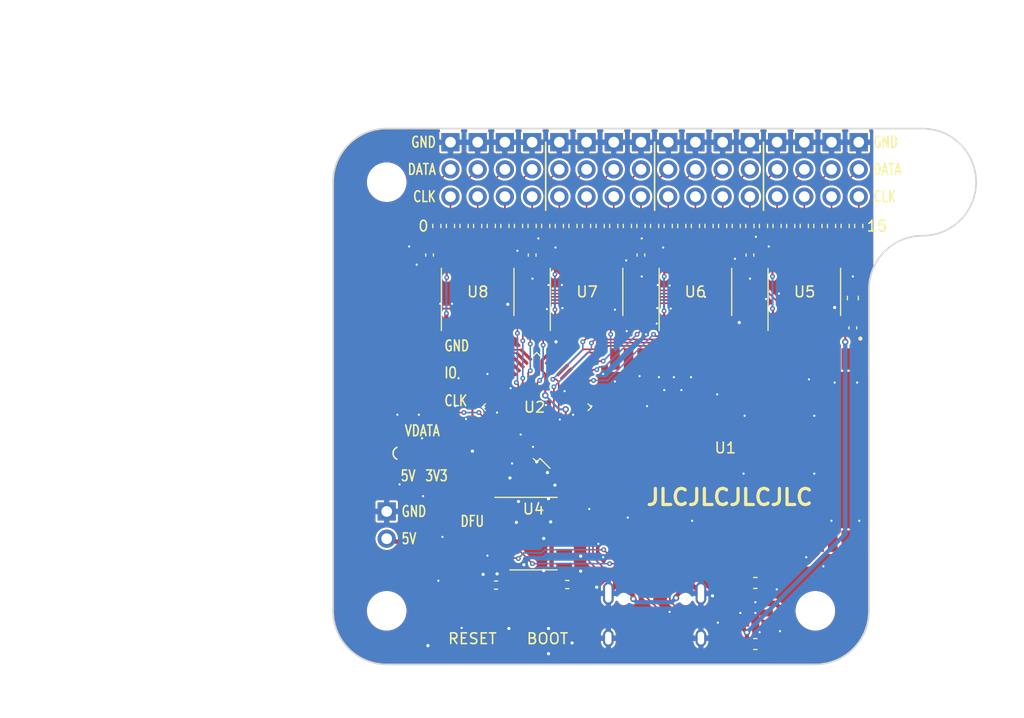
<source format=kicad_pcb>
(kicad_pcb (version 20241229) (generator "pcbnew") (generator_version "9.0")
  (layers (0 "F.Cu" signal) (2 "B.Cu" signal) (13 "F.Paste" user) (15 "B.Paste" user) (5 "F.SilkS" user "F.Silkscreen") (7 "B.SilkS" user "B.Silkscreen") (1 "F.Mask" user) (3 "B.Mask" user) (25 "Edge.Cuts" user))
  (net 0 "")
  (net 1 "Net-(J2-CC2)")
  (net 2 "Net-(J2-CC1)")
  (net 5 "Net-(U5-B0)")
  (net 6 "Net-(U5-B1)")
  (net 7 "Net-(U2-NRST)")
  (net 8 "Net-(U2-BOOT0)")
  (net 9 "Net-(U5-B2)")
  (net 10 "Net-(U5-B3)")
  (net 11 "Net-(U5-B4)")
  (net 12 "Net-(U5-B5)")
  (net 13 "Net-(U5-B6)")
  (net 14 "Net-(U5-B7)")
  (net 15 "Net-(U6-B0)")
  (net 16 "Net-(U6-B1)")
  (net 17 "Net-(U6-B2)")
  (net 18 "Net-(U6-B3)")
  (net 19 "Net-(U6-B4)")
  (net 20 "Net-(U6-B5)")
  (net 21 "Net-(U6-B6)")
  (net 22 "Net-(U6-B7)")
  (net 23 "Net-(U7-B0)")
  (net 24 "Net-(U7-B1)")
  (net 25 "Net-(U7-B2)")
  (net 26 "Net-(U7-B3)")
  (net 27 "Net-(U7-B4)")
  (net 28 "Net-(U7-B5)")
  (net 29 "Net-(U7-B6)")
  (net 30 "GND")
  (net 31 "3V3")
  (net 32 "ESPEN")
  (net 33 "ESPRX")
  (net 34 "Net-(U7-B7)")
  (net 35 "Net-(U8-B0)")
  (net 36 "ESPTX")
  (net 37 "STMTX")
  (net 38 "STMRX")
  (net 39 "SWDIO")
  (net 40 "SWDCLK")
  (net 41 "Net-(U8-B1)")
  (net 42 "Net-(U8-B2)")
  (net 43 "Net-(U8-B3)")
  (net 44 "Net-(U8-B4)")
  (net 45 "Net-(U8-B5)")
  (net 46 "Net-(U8-B6)")
  (net 47 "Net-(U8-B7)")
  (net 54 "out0")
  (net 55 "out1")
  (net 56 "out2")
  (net 57 "out3")
  (net 58 "out4")
  (net 59 "out5")
  (net 60 "out6")
  (net 61 "out7")
  (net 62 "out8")
  (net 63 "out9")
  (net 64 "out10")
  (net 65 "out11")
  (net 66 "out12")
  (net 67 "out13")
  (net 68 "out14")
  (net 69 "out15")
  (net 70 "clk0")
  (net 71 "clk1")
  (net 72 "clk2")
  (net 73 "clk3")
  (net 74 "clk4")
  (net 75 "clk5")
  (net 76 "clk6")
  (net 77 "clk7")
  (net 78 "clk8")
  (net 79 "clk9")
  (net 80 "clk10")
  (net 81 "clk11")
  (net 82 "clk12")
  (net 83 "clk13")
  (net 84 "clk14")
  (net 85 "clk15")
  (net 121 "data0")
  (net 122 "data1")
  (net 123 "data2")
  (net 124 "data10")
  (net 125 "data11")
  (net 126 "data12")
  (net 127 "data13")
  (net 128 "data14")
  (net 129 "data15")
  (net 130 "data3")
  (net 131 "data4")
  (net 132 "data5")
  (net 133 "data6")
  (net 134 "data7")
  (net 135 "data8")
  (net 136 "data9")
  (net 137 "clk0..3")
  (net 138 "clk4..7")
  (net 139 "clk8..11")
  (net 140 "clk12..15")
  (net 144 "5V")
  (net 145 "VDATA")
  (net 146 "ESP_GPIO0")
  (net 147 "dp")
  (net 148 "dm")
  (net 153 "BOOT_DFU")
  (net 154 "BTN_BOOT")
  (net 155 "BTN_RESET")
  (footprint "Connector_PinHeader_2.54mm:PinHeader_1x16_P2.54mm_Vertical" (layer "F.Cu") (at 19.05 1.27 -90)
    (property "Reference" "J1" (hide yes))
    (property "Value" "Conn_01x16_Male")
  )
  (footprint "Connector_PinHeader_2.54mm:PinHeader_1x16_P2.54mm_Vertical" (layer "F.Cu") (at 19.05 3.81 -90)
    (property "Reference" "J3" (hide yes))
    (property "Value" "Conn_01x16_Male")
  )
  (footprint "Connector_PinHeader_2.54mm:PinHeader_1x16_P2.54mm_Vertical" (layer "F.Cu") (at 19.05 6.35 -90)
    (property "Reference" "J5" (hide yes))
    (property "Value" "Conn_01x16_Male")
  )
  (footprint "Resistor_SMD:R_0402_1005Metric" (layer "F.Cu") (at 11.43 9.09 -90)
    (property "Reference" "R4" (hide yes))
    (property "Value" "68 Ohm")
  )
  (footprint "Resistor_SMD:R_0402_1005Metric" (layer "F.Cu") (at 12.7 9.09 -90)
    (property "Reference" "R13" (hide yes))
    (property "Value" "68 Ohm")
  )
  (footprint "Resistor_SMD:R_0402_1005Metric" (layer "F.Cu") (at 13.97 9.09 -90)
    (property "Reference" "R14" (hide yes))
    (property "Value" "68 Ohm")
  )
  (footprint "Resistor_SMD:R_0402_1005Metric" (layer "F.Cu") (at 15.24 9.09 -90)
    (property "Reference" "R15" (hide yes))
    (property "Value" "68 Ohm")
  )
  (footprint "Resistor_SMD:R_0402_1005Metric" (layer "F.Cu") (at 16.51 9.09 -90)
    (property "Reference" "R16" (hide yes))
    (property "Value" "68 Ohm")
  )
  (footprint "Resistor_SMD:R_0402_1005Metric" (layer "F.Cu") (at 17.78 9.09 -90)
    (property "Reference" "R17" (hide yes))
    (property "Value" "68 Ohm")
  )
  (footprint "Resistor_SMD:R_0402_1005Metric" (layer "F.Cu") (at 19.05 9.09 -90)
    (property "Reference" "R18" (hide yes))
    (property "Value" "68 Ohm")
  )
  (footprint "Resistor_SMD:R_0402_1005Metric" (layer "F.Cu") (at 0 9.09 -90)
    (property "Reference" "R19" (hide yes))
    (property "Value" "68 Ohm")
  )
  (footprint "Resistor_SMD:R_0402_1005Metric" (layer "F.Cu") (at 1.27 9.09 -90)
    (property "Reference" "R20" (hide yes))
    (property "Value" "68 Ohm")
  )
  (footprint "Resistor_SMD:R_0402_1005Metric" (layer "F.Cu") (at 2.54 9.09 -90)
    (property "Reference" "R21" (hide yes))
    (property "Value" "68 Ohm")
  )
  (footprint "Resistor_SMD:R_0402_1005Metric" (layer "F.Cu") (at 3.81 9.09 -90)
    (property "Reference" "R22" (hide yes))
    (property "Value" "68 Ohm")
  )
  (footprint "Resistor_SMD:R_0402_1005Metric" (layer "F.Cu") (at 5.08 9.09 -90)
    (property "Reference" "R23" (hide yes))
    (property "Value" "68 Ohm")
  )
  (footprint "Resistor_SMD:R_0402_1005Metric" (layer "F.Cu") (at 6.35 9.09 -90)
    (property "Reference" "R24" (hide yes))
    (property "Value" "68 Ohm")
  )
  (footprint "Resistor_SMD:R_0402_1005Metric" (layer "F.Cu") (at 7.62 9.09 -90)
    (property "Reference" "R25" (hide yes))
    (property "Value" "68 Ohm")
  )
  (footprint "Resistor_SMD:R_0402_1005Metric" (layer "F.Cu") (at -10.16 9.09 -90)
    (property "Reference" "R27" (hide yes))
    (property "Value" "68 Ohm")
  )
  (footprint "Resistor_SMD:R_0402_1005Metric" (layer "F.Cu") (at -8.89 9.09 -90)
    (property "Reference" "R28" (hide yes))
    (property "Value" "68 Ohm")
  )
  (footprint "Resistor_SMD:R_0402_1005Metric" (layer "F.Cu") (at -7.62 9.09 -90)
    (property "Reference" "R29" (hide yes))
    (property "Value" "68 Ohm")
  )
  (footprint "Resistor_SMD:R_0402_1005Metric" (layer "F.Cu") (at -6.35 9.09 -90)
    (property "Reference" "R30" (hide yes))
    (property "Value" "68 Ohm")
  )
  (footprint "Resistor_SMD:R_0402_1005Metric" (layer "F.Cu") (at -5.08 9.09 -90)
    (property "Reference" "R31" (hide yes))
    (property "Value" "68 Ohm")
  )
  (footprint "Resistor_SMD:R_0402_1005Metric" (layer "F.Cu") (at -3.81 9.09 -90)
    (property "Reference" "R32" (hide yes))
    (property "Value" "68 Ohm")
  )
  (footprint "Resistor_SMD:R_0402_1005Metric" (layer "F.Cu") (at -2.54 9.09 -90)
    (property "Reference" "R33" (hide yes))
    (property "Value" "68 Ohm")
  )
  (footprint "Resistor_SMD:R_0402_1005Metric" (layer "F.Cu") (at -1.27 9.09 -90)
    (property "Reference" "R34" (hide yes))
    (property "Value" "68 Ohm")
  )
  (footprint "Resistor_SMD:R_0402_1005Metric" (layer "F.Cu") (at -20.32 9.09 -90)
    (property "Reference" "R35" (hide yes))
    (property "Value" "68 Ohm")
  )
  (footprint "Resistor_SMD:R_0402_1005Metric" (layer "F.Cu") (at -19.05 9.09 -90)
    (property "Reference" "R36" (hide yes))
    (property "Value" "68 Ohm")
  )
  (footprint "Resistor_SMD:R_0402_1005Metric" (layer "F.Cu") (at -17.78 9.09 -90)
    (property "Reference" "R37" (hide yes))
    (property "Value" "68 Ohm")
  )
  (footprint "Resistor_SMD:R_0402_1005Metric" (layer "F.Cu") (at -16.51 9.09 -90)
    (property "Reference" "R38" (hide yes))
    (property "Value" "68 Ohm")
  )
  (footprint "Resistor_SMD:R_0402_1005Metric" (layer "F.Cu") (at -15.24 9.09 -90)
    (property "Reference" "R39" (hide yes))
    (property "Value" "68 Ohm")
  )
  (footprint "Resistor_SMD:R_0402_1005Metric" (layer "F.Cu") (at -13.97 9.09 -90)
    (property "Reference" "R40" (hide yes))
    (property "Value" "68 Ohm")
  )
  (footprint "Resistor_SMD:R_0402_1005Metric" (layer "F.Cu") (at -12.7 9.09 -90)
    (property "Reference" "R41" (hide yes))
    (property "Value" "68 Ohm")
  )
  (footprint "Resistor_SMD:R_0402_1005Metric" (layer "F.Cu") (at -11.43 9.09 -90)
    (property "Reference" "R42" (hide yes))
    (property "Value" "68 Ohm")
  )
  (footprint "Package_SO:TSSOP-20_4.4x6.5mm_P0.65mm" (layer "F.Cu") (at 13.97 15.24 90)
    (property "Reference" "U5")
    (property "Value" "74HC245")
  )
  (footprint "Package_SO:TSSOP-20_4.4x6.5mm_P0.65mm" (layer "F.Cu") (at 3.81 15.24 90)
    (property "Reference" "U6")
    (property "Value" "74HC245")
  )
  (footprint "Package_SO:TSSOP-20_4.4x6.5mm_P0.65mm" (layer "F.Cu") (at -6.35 15.24 90)
    (property "Reference" "U7")
    (property "Value" "74HC245")
  )
  (footprint "Package_SO:TSSOP-20_4.4x6.5mm_P0.65mm" (layer "F.Cu") (at -16.51 15.24 90)
    (property "Reference" "U8")
    (property "Value" "74HC245")
  )
  (footprint "Package_QFP:LQFP-48_7x7mm_P0.5mm" (layer "F.Cu") (at -11 26 135)
    (property "Reference" "U2")
    (property "Value" "STM32F030CCTx")
  )
  (footprint "Resistor_SMD:R_0402_1005Metric" (layer "F.Cu") (at 8.89 9.09 -90)
    (property "Reference" "R26" (hide yes))
    (property "Value" "68 Ohm")
  )
  (footprint "Resistor_SMD:R_0402_1005Metric" (layer "F.Cu") (at 10.16 9.09 -90)
    (property "Reference" "R3" (hide yes))
    (property "Value" "68 Ohm")
  )
  (footprint "Capacitor_SMD:C_0402_1005Metric" (layer "F.Cu") (at -17.6 23.7 45)
    (property "Reference" "C8" (hide yes))
    (property "Value" "100nF")
  )
  (footprint "Resistor_SMD:R_0402_1005Metric" (layer "F.Cu") (at -7.7 31 -135)
    (property "Reference" "R6" (hide yes))
    (property "Value" "10k")
  )
  (footprint "Resistor_SMD:R_0402_1005Metric" (layer "F.Cu") (at 6.6 45.1 -90)
    (property "Reference" "R9" (hide yes))
    (property "Value" "5.1k")
  )
  (footprint "Resistor_SMD:R_0402_1005Metric" (layer "F.Cu") (at 6.6 47.2 90)
    (property "Reference" "R8" (hide yes))
    (property "Value" "5.1k")
  )
  (footprint "Capacitor_SMD:C_0402_1005Metric" (layer "F.Cu") (at -6 30.2 -90)
    (property "Reference" "C10" (hide yes))
    (property "Value" "100nF")
  )
  (footprint "Capacitor_SMD:C_0402_1005Metric" (layer "F.Cu") (at -6.95 37.95 -90)
    (property "Reference" "C3" (hide yes))
    (property "Value" "100nF")
  )
  (footprint "Resistor_SMD:R_0402_1005Metric" (layer "F.Cu") (at -14.5 30.8 -45)
    (property "Reference" "R7" (hide yes))
    (property "Value" "10k")
  )
  (footprint "esp32-wrover:C_0603_1608Metric" (layer "F.Cu") (at 9.4 48.099999)
    (property "Reference" "C4" (hide yes))
    (property "Value" "10uF")
  )
  (footprint "esp32-wrover:C_0603_1608Metric" (layer "F.Cu") (at 9.4 42.4 180)
    (property "Reference" "C2" (hide yes))
    (property "Value" "10uF")
  )
  (footprint "esp32-wrover:C_0603_1608Metric" (layer "F.Cu") (at 18.5 15.8125 90)
    (property "Reference" "C9" (hide yes))
    (property "Value" "10uF")
  )
  (footprint "Capacitor_SMD:C_0402_1005Metric" (layer "F.Cu") (at -15.65 38.535 -90)
    (property "Reference" "C6" (hide yes))
    (property "Value" "1uF")
  )
  (footprint "Package_TO_SOT_SMD:SOT-23-5" (layer "F.Cu") (at 9.4 45.2 180)
    (property "Reference" "U3" (hide yes))
    (property "Value" "ME6211C33M5G-N")
  )
  (footprint "Button_Switch_SMD:SW_Push_1P1T_NO_CK_KMR2" (layer "F.Cu") (at -10 45)
    (property "Reference" "SW2" (hide yes))
    (property "Value" "SW_SPST")
  )
  (footprint "MountingHole:MountingHole_3.2mm_M3" (layer "F.Cu") (at -25 5)
    (property "Reference" "REF**" (hide yes))
    (property "Value" "MountingHole_3.2mm_M3")
  )
  (footprint "esp32-wrover:XCVR_ESP32-WROVER" (layer "F.Cu") (at 10.9 30 -90)
    (property "Reference" "U1" (hide yes))
    (property "Value" "ESP32-WROVER")
  )
  (footprint "Jumper:SolderJumper-2_P1.3mm_Bridged_Pad1.0x1.5mm" (layer "F.Cu") (at -23 30.3 90)
    (property "Reference" "JP1" (hide yes))
    (property "Value" "Jumper_2_Bridged")
  )
  (footprint "Jumper:SolderJumper-2_P1.3mm_Open_Pad1.0x1.5mm" (layer "F.Cu") (at -20.4 30.4 90)
    (property "Reference" "JP2" (hide yes))
    (property "Value" "Jumper_2_Open")
  )
  (footprint "Capacitor_SMD:C_0402_1005Metric" (layer "F.Cu") (at 18.5 18.6 -90)
    (property "Reference" "C5" (hide yes))
    (property "Value" "100nF")
  )
  (footprint "Connector_PinHeader_2.54mm:PinHeader_1x03_P2.54mm_Vertical" (layer "F.Cu") (at -20.7 20.32)
    (property "Reference" "J4" (hide yes))
    (property "Value" "Conn_01x03_Male")
  )
  (footprint "MountingHole:MountingHole_3.2mm_M3" (layer "F.Cu") (at 25 5)
    (property "Reference" "REF**" (hide yes))
    (property "Value" "MountingHole_3.2mm_M3")
  )
  (footprint "MountingHole:MountingHole_3.2mm_M3" (layer "F.Cu") (at -25 45)
    (property "Reference" "REF**" (hide yes))
    (property "Value" "MountingHole_3.2mm_M3")
  )
  (footprint "footprints:USB_C_Receptacle_HRO_TYPE-C-31-M-12" (layer "F.Cu") (at 0 46.5)
    (property "Reference" "J2" (hide yes))
    (property "Value" "USB_C_Receptacle_USB2.0")
  )
  (footprint "MountingHole:MountingHole_3.2mm_M3" (layer "F.Cu") (at 15 45)
    (property "Reference" "REF**" (hide yes))
    (property "Value" "MountingHole_3.2mm_M3")
  )
  (footprint "Capacitor_SMD:C_0402_1005Metric" (layer "F.Cu") (at -21 11.8 -90)
    (property "Reference" "C11" (hide yes))
    (property "Value" "100nF")
  )
  (footprint "Capacitor_SMD:C_0402_1005Metric" (layer "F.Cu") (at -11.425 11.8 -90)
    (property "Reference" "C12" (hide yes))
    (property "Value" "100nF")
  )
  (footprint "Capacitor_SMD:C_0402_1005Metric" (layer "F.Cu") (at -1.275 11.8 -90)
    (property "Reference" "C13" (hide yes))
    (property "Value" "100nF")
  )
  (footprint "Capacitor_SMD:C_0402_1005Metric" (layer "F.Cu") (at 8.9 11.8 -90)
    (property "Reference" "C14" (hide yes))
    (property "Value" "100nF")
  )
  (footprint "Connector_PinHeader_2.54mm:PinHeader_1x02_P2.54mm_Vertical" (layer "F.Cu") (at -25 35.73)
    (property "Reference" "J6" (hide yes))
    (property "Value" "Conn_01x02_Male")
  )
  (footprint "Resistor_SMD:R_0402_1005Metric" (layer "F.Cu") (at -8.15 42.55)
    (property "Reference" "R1" (hide yes))
    (property "Value" "10k")
  )
  (footprint "Resistor_SMD:R_0402_1005Metric" (layer "F.Cu") (at -14.8 42.6)
    (property "Reference" "R2" (hide yes))
    (property "Value" "10k")
  )
  (footprint "Package_SO:TSSOP-20_4.4x6.5mm_P0.65mm" (layer "F.Cu") (at -11.3 37.8)
    (property "Reference" "U4")
    (property "Value" "STM32F042F4Px")
  )
  (footprint "Button_Switch_SMD:SW_Push_1P1T_NO_CK_KMR2" (layer "F.Cu") (at -17 45 180)
    (property "Reference" "SW1" (hide yes))
    (property "Value" "SW_SPST")
  )
  (footprint "Connector_PinHeader_2.54mm:PinHeader_1x01_P2.54mm_Vertical" (layer "F.Cu") (at -17 34.9)
    (property "Reference" "J7" (hide yes))
    (property "Value" "Conn_01x01_Male")
  )
  (gr_line (start -10.16 1.27) (end -10.16 7.62) (stroke (width 0.15)) (layer "F.SilkS"))
  (gr_line (start 0 1.27) (end 0 7.62) (stroke (width 0.15)) (layer "F.SilkS"))
  (gr_line (start 10.16 1.27) (end 10.16 7.62) (stroke (width 0.15)) (layer "F.SilkS"))
  (gr_arc (start -24.05 30.85) (mid -24.404152 30.3) (end -24.05 29.75) (stroke (width 0.15)) (layer "F.SilkS"))
  (gr_line (start -30 45) (end -30 5) (stroke (width 0.15)) (layer "Edge.Cuts"))
  (gr_arc (start 20 45) (mid 18.535534 48.535534) (end 15 50) (stroke (width 0.15)) (layer "Edge.Cuts"))
  (gr_line (start 15 50) (end -25 50) (stroke (width 0.15)) (layer "Edge.Cuts"))
  (gr_line (start 20 15) (end 20 45) (stroke (width 0.15)) (layer "Edge.Cuts"))
  (gr_line (start -25 0) (end 25 0) (stroke (width 0.15)) (layer "Edge.Cuts"))
  (gr_arc (start -25 50) (mid -28.535534 48.535534) (end -30 45) (stroke (width 0.15)) (layer "Edge.Cuts"))
  (gr_arc (start 25 0) (mid 30 5) (end 25 10) (stroke (width 0.15)) (layer "Edge.Cuts"))
  (gr_arc (start -30 5) (mid -28.535534 1.464466) (end -25 0) (stroke (width 0.15)) (layer "Edge.Cuts"))
  (gr_arc (start 20 15) (mid 21.464466 11.464466) (end 25 10) (stroke (width 0.15)) (layer "Edge.Cuts"))
  (gr_text "IO" (at -19.7 22.8 0) (layer "F.SilkS") (effects (font (size 1 0.75)) (justify left)))
  (gr_text "CLK" (at -19.7 25.4 0) (layer "F.SilkS") (effects (font (size 1 0.75)) (justify left)))
  (gr_text "5V" (at -23 32.4 0) (layer "F.SilkS") (effects (font (size 1 0.75))))
  (gr_text "3V3" (at -20.35 32.4 0) (layer "F.SilkS") (effects (font (size 1 0.75))))
  (gr_text "DATA" (at -20.32 3.81 0) (layer "F.SilkS") (effects (font (size 1 0.75)) (justify right)))
  (gr_text "CLK" (at -20.32 6.35 0) (layer "F.SilkS") (effects (font (size 1 0.75)) (justify right)))
  (gr_text "GND" (at 20.32 1.27 0) (layer "F.SilkS") (effects (font (size 1 0.75)) (justify left)))
  (gr_text "CLK" (at 20.32 6.35 0) (layer "F.SilkS") (effects (font (size 1 0.75)) (justify left)))
  (gr_text "DATA" (at 20.32 3.81 0) (layer "F.SilkS") (effects (font (size 1 0.75)) (justify left)))
  (gr_text "U1" (at 6.6 29.8 0) (layer "F.SilkS") (effects (font (size 1 1))))
  (gr_text "0" (at -21 9.1 0) (layer "F.SilkS") (effects (font (size 1 1)) (justify right)))
  (gr_text "15" (at 19.7 9.1 0) (layer "F.SilkS") (effects (font (size 1 1)) (justify left)))
  (gr_text "VDATA" (at -23.4 28.2 0) (layer "F.SilkS") (effects (font (size 1 0.75)) (justify left)))
  (gr_text "RESET" (at -17 47.6 0) (layer "F.SilkS") (effects (font (size 1 1))))
  (gr_text "GND" (at -23.7 35.73 0) (layer "F.SilkS") (effects (font (size 1 0.75)) (justify left)))
  (gr_text "5V" (at -23.7 38.27 0) (layer "F.SilkS") (effects (font (size 1 0.75)) (justify left)))
  (gr_text "DFU" (at -18.2 36.65 0) (layer "F.SilkS") (effects (font (size 1 0.75)) (justify left)))
  (gr_text "JLCJLCJLCJLC" (at 7 34.4 0) (layer "F.SilkS") (effects (font (size 1.5 1.5) (thickness 0.3))))
  (gr_text "GND" (at -19.7 20.27769 0) (layer "F.SilkS") (effects (font (size 1 0.75)) (justify left)))
  (gr_text "GND" (at -20.32 1.27 0) (layer "F.SilkS") (effects (font (size 1 0.75)) (justify right)))
  (gr_text "BOOT" (at -10 47.6 0) (layer "F.SilkS") (effects (font (size 1 1))))
  (segment (start 1.424999 44.076001) (end 1.424999 43.55) (width 0.15) (layer "F.Cu") (net 1))
  (segment (start 2.933998 45.585) (end 1.424999 44.076001) (width 0.15) (layer "F.Cu") (net 1))
  (segment (start 1.424999 43.55) (end 1.75 43.224999) (width 0.15) (layer "F.Cu") (net 1))
  (segment (start 1.75 43.224999) (end 1.75 42.455) (width 0.15) (layer "F.Cu") (net 1))
  (segment (start 6.6 45.585) (end 2.933998 45.585) (width 0.15) (layer "F.Cu") (net 1))
  (segment (start 5.4 46.4) (end 1.914998 46.4) (width 0.15) (layer "F.Cu") (net 2))
  (segment (start 6.6 46.715) (end 5.715 46.715) (width 0.15) (layer "F.Cu") (net 2))
  (segment (start 5.715 46.715) (end 5.4 46.4) (width 0.15) (layer "F.Cu") (net 2))
  (segment (start -1.25 43.235002) (end -1.25 42.455) (width 0.15) (layer "F.Cu") (net 2))
  (segment (start 1.914998 46.4) (end -1.25 43.235002) (width 0.15) (layer "F.Cu") (net 2))
  (segment (start 12.345 12.3775) (end 12.345 11.64) (width 0.15) (layer "F.Cu") (net 5))
  (segment (start 10.16 9.655) (end 10.16 9.6) (width 0.15) (layer "F.Cu") (net 5))
  (segment (start 12.345 11.64) (end 10.16 9.455) (width 0.15) (layer "F.Cu") (net 5))
  (segment (start 11.43 9.83) (end 11.43 9.4) (width 0.15) (layer "F.Cu") (net 6))
  (segment (start 12.995 11.395) (end 11.43 9.83) (width 0.15) (layer "F.Cu") (net 6))
  (segment (start 12.995 12.3775) (end 12.995 11.395) (width 0.15) (layer "F.Cu") (net 6))
  (segment (start -7 29.646446) (end -7 30.3) (width 0.15) (layer "F.Cu") (net 7))
  (segment (start -7.879891 28.766555) (end -7 29.646446) (width 0.15) (layer "F.Cu") (net 7))
  (segment (start -7 30.3) (end -7.357053 30.657053) (width 0.15) (layer "F.Cu") (net 7))
  (segment (start -14.396393 30.457053) (end -14.842947 30.457053) (width 0.15) (layer "F.Cu") (net 8))
  (segment (start -13.413002 29.473662) (end -14.396393 30.457053) (width 0.15) (layer "F.Cu") (net 8))
  (segment (start 13.645 12.3775) (end 13.645 11.045) (width 0.15) (layer "F.Cu") (net 9))
  (segment (start 12.7 10.1) (end 12.7 9.4) (width 0.15) (layer "F.Cu") (net 9))
  (segment (start 13.645 11.045) (end 12.7 10.1) (width 0.15) (layer "F.Cu") (net 9))
  (segment (start 13.97 10.57) (end 13.97 9.4) (width 0.15) (layer "F.Cu") (net 10))
  (segment (start 14.295 10.895) (end 13.97 10.57) (width 0.15) (layer "F.Cu") (net 10))
  (segment (start 14.295 12.3775) (end 14.295 10.895) (width 0.15) (layer "F.Cu") (net 10))
  (segment (start 15.24 10.65) (end 15.24 9.4) (width 0.15) (layer "F.Cu") (net 11))
  (segment (start 14.945 10.945) (end 15.24 10.65) (width 0.15) (layer "F.Cu") (net 11))
  (segment (start 14.945 12.3775) (end 14.945 10.945) (width 0.15) (layer "F.Cu") (net 11))
  (segment (start 15.595 11.065) (end 16.51 10.15) (width 0.15) (layer "F.Cu") (net 12))
  (segment (start 15.595 12.3775) (end 15.595 11.065) (width 0.15) (layer "F.Cu") (net 12))
  (segment (start 16.51 10.15) (end 16.51 9.4) (width 0.15) (layer "F.Cu") (net 12))
  (segment (start 16.245 11.315) (end 17.78 9.78) (width 0.15) (layer "F.Cu") (net 13))
  (segment (start 16.245 12.3775) (end 16.245 11.315) (width 0.15) (layer "F.Cu") (net 13))
  (segment (start 17.78 9.78) (end 17.78 9.4) (width 0.15) (layer "F.Cu") (net 13))
  (segment (start 16.895 12.3775) (end 16.895 11.565) (width 0.15) (layer "F.Cu") (net 14))
  (segment (start 16.895 11.565) (end 19.05 9.41) (width 0.15) (layer "F.Cu") (net 14))
  (segment (start 19.05 9.61) (end 19.05 9.6) (width 0.15) (layer "F.Cu") (net 14))
  (segment (start 2.185 11.64) (end 0 9.455) (width 0.15) (layer "F.Cu") (net 15))
  (segment (start 2.185 12.3775) (end 2.185 11.64) (width 0.15) (layer "F.Cu") (net 15))
  (segment (start 0 9.655) (end 0 9.6) (width 0.15) (layer "F.Cu") (net 15))
  (segment (start 2.835 11.395) (end 1.27 9.83) (width 0.15) (layer "F.Cu") (net 16))
  (segment (start 1.27 9.83) (end 1.27 9.4) (width 0.15) (layer "F.Cu") (net 16))
  (segment (start 2.835 12.3775) (end 2.835 11.395) (width 0.15) (layer "F.Cu") (net 16))
  (segment (start 3.485 12.3775) (end 3.485 11.045) (width 0.15) (layer "F.Cu") (net 17))
  (segment (start 3.485 11.045) (end 2.54 10.1) (width 0.15) (layer "F.Cu") (net 17))
  (segment (start 2.54 10.1) (end 2.54 9.4) (width 0.15) (layer "F.Cu") (net 17))
  (segment (start 3.81 10.57) (end 3.81 9.4) (width 0.15) (layer "F.Cu") (net 18))
  (segment (start 4.135 12.3775) (end 4.135 10.895) (width 0.15) (layer "F.Cu") (net 18))
  (segment (start 4.135 10.895) (end 3.81 10.57) (width 0.15) (layer "F.Cu") (net 18))
  (segment (start 4.785 12.3775) (end 4.785 10.945) (width 0.15) (layer "F.Cu") (net 19))
  (segment (start 5.08 10.65) (end 5.08 9.4) (width 0.15) (layer "F.Cu") (net 19))
  (segment (start 4.785 10.945) (end 5.08 10.65) (width 0.15) (layer "F.Cu") (net 19))
  (segment (start 5.435 11.065) (end 6.35 10.15) (width 0.15) (layer "F.Cu") (net 20))
  (segment (start 6.35 10.15) (end 6.35 9.4) (width 0.15) (layer "F.Cu") (net 20))
  (segment (start 5.435 12.3775) (end 5.435 11.065) (width 0.15) (layer "F.Cu") (net 20))
  (segment (start 6.085 12.3775) (end 6.085 11.315) (width 0.15) (layer "F.Cu") (net 21))
  (segment (start 6.085 11.315) (end 7.62 9.78) (width 0.15) (layer "F.Cu") (net 21))
  (segment (start 7.62 9.78) (end 7.62 9.4) (width 0.15) (layer "F.Cu") (net 21))
  (segment (start 6.735 11.565) (end 8.89 9.41) (width 0.15) (layer "F.Cu") (net 22))
  (segment (start 8.89 9.61) (end 8.89 9.6) (width 0.15) (layer "F.Cu") (net 22))
  (segment (start 6.735 12.3775) (end 6.735 11.565) (width 0.15) (layer "F.Cu") (net 22))
  (segment (start -7.975 12.3775) (end -7.975 11.64) (width 0.15) (layer "F.Cu") (net 23))
  (segment (start -7.975 11.64) (end -10.16 9.455) (width 0.15) (layer "F.Cu") (net 23))
  (segment (start -10.16 9.655) (end -10.16 9.6) (width 0.15) (layer "F.Cu") (net 23))
  (segment (start -8.89 9.83) (end -8.89 9.4) (width 0.15) (layer "F.Cu") (net 24))
  (segment (start -7.325 12.3775) (end -7.325 11.395) (width 0.15) (layer "F.Cu") (net 24))
  (segment (start -7.325 11.395) (end -8.89 9.83) (width 0.15) (layer "F.Cu") (net 24))
  (segment (start -6.675 11.045) (end -7.62 10.1) (width 0.15) (layer "F.Cu") (net 25))
  (segment (start -7.62 10.1) (end -7.62 9.4) (width 0.15) (layer "F.Cu") (net 25))
  (segment (start -6.675 12.3775) (end -6.675 11.045) (width 0.15) (layer "F.Cu") (net 25))
  (segment (start -6.025 10.895) (end -6.35 10.57) (width 0.15) (layer "F.Cu") (net 26))
  (segment (start -6.025 12.3775) (end -6.025 10.895) (width 0.15) (layer "F.Cu") (net 26))
  (segment (start -6.35 10.57) (end -6.35 9.4) (width 0.15) (layer "F.Cu") (net 26))
  (segment (start -5.08 10.65) (end -5.08 9.4) (width 0.15) (layer "F.Cu") (net 27))
  (segment (start -5.375 12.3775) (end -5.375 10.945) (width 0.15) (layer "F.Cu") (net 27))
  (segment (start -5.375 10.945) (end -5.08 10.65) (width 0.15) (layer "F.Cu") (net 27))
  (segment (start -4.725 11.065) (end -3.81 10.15) (width 0.15) (layer "F.Cu") (net 28))
  (segment (start -3.81 10.15) (end -3.81 9.4) (width 0.15) (layer "F.Cu") (net 28))
  (segment (start -4.725 12.3775) (end -4.725 11.065) (width 0.15) (layer "F.Cu") (net 28))
  (segment (start -2.54 9.78) (end -2.54 9.4) (width 0.15) (layer "F.Cu") (net 29))
  (segment (start -4.075 12.3775) (end -4.075 11.315) (width 0.15) (layer "F.Cu") (net 29))
  (segment (start -4.075 11.315) (end -2.54 9.78) (width 0.15) (layer "F.Cu") (net 29))
  (segment (start -8.625 12.3775) (end -8.625 11.675) (width 0.2) (layer "F.Cu") (net 30))
  (segment (start -3.405 42.455) (end -4.32 43.37) (width 0.4) (layer "F.Cu") (net 30))
  (segment (start -6.95 39.85) (end -6.9 39.9) (width 0.15) (layer "F.Cu") (net 30))
  (segment (start 14.000001 40.149999) (end -4.650001 40.149999) (width 0.15) (layer "F.Cu") (net 30))
  (segment (start 8.6125 43.0125) (end 9.5 43.9) (width 0.2) (layer "F.Cu") (net 30))
  (segment (start -9.647658 21.465678) (end -9.1 20.91802) (width 0.2) (layer "F.Cu") (net 30))
  (segment (start -3.25 42.455) (end -3.405 42.455) (width 0.4) (layer "F.Cu") (net 30))
  (segment (start -20.504582 10.58999) (end -22.48999 10.58999) (width 0.2) (layer "F.Cu") (net 30))
  (segment (start 19.28 19.08) (end 18.5 19.08) (width 0.2) (layer "F.Cu") (net 30))
  (segment (start -16.714106 23.9) (end -17.257053 23.357053) (width 0.2) (layer "F.Cu") (net 30))
  (segment (start 1.535 11.516802) (end 1.118198 11.1) (width 0.2) (layer "F.Cu") (net 30))
  (segment (start -6.62001 30.38499) (end -6.62001 29.32001) (width 0.2) (layer "F.Cu") (net 30))
  (segment (start 4.4 42.1) (end 5.4 43.1) (width 0.4) (layer "F.Cu") (net 30))
  (segment (start -14 31.3) (end -14.157053 31.142947) (width 0.2) (layer "F.Cu") (net 30))
  (segment (start -22.48999 10.58999) (end -22.9 11) (width 0.2) (layer "F.Cu") (net 30))
  (segment (start -4.650001 40.149999) (end -4.8 40) (width 0.15) (layer "F.Cu") (net 30))
  (segment (start -8.625 11.675) (end -9.2 11.1) (width 0.2) (layer "F.Cu") (net 30))
  (segment (start -18.62 22.4) (end -20.7 20.32) (width 0.15) (layer "F.Cu") (net 30))
  (segment (start -9.1 20) (end -9.2 19.9) (width 0.2) (layer "F.Cu") (net 30))
  (segment (start 19.06 20.14) (end 19.5 19.7) (width 0.2) (layer "F.Cu") (net 30))
  (segment (start -11.51802 29.7) (end -11.4 29.7) (width 0.2) (layer "F.Cu") (net 30))
  (segment (start -15.6 22.9) (end -16.1 22.4) (width 0.15) (layer "F.Cu") (net 30))
  (segment (start -6.62001 29.32001) (end -7.526338 28.413682) (width 0.2) (layer "F.Cu") (net 30))
  (segment (start 3.25 42.455) (end 3.405 42.455) (width 0.4) (layer "F.Cu") (net 30))
  (segment (start 3.605 42.1) (end 4.4 42.1) (width 0.4) (layer "F.Cu") (net 30))
  (segment (start -17.257053 23.357053) (end -18.657053 23.357053) (width 0.15) (layer "F.Cu") (net 30))
  (segment (start -3.25 42.455) (end -3.25 42.25) (width 0.4) (layer "F.Cu") (net 30))
  (segment (start -15.534322 24.647658) (end -16.28198 23.9) (width 0.2) (layer "F.Cu") (net 30))
  (segment (start 8.6125 42.4) (end 8.6125 43.0125) (width 0.2) (layer "F.Cu") (net 30))
  (segment (start -6.95 38.435) (end -7.26 38.125) (width 0.15) (layer "F.Cu") (net 30))
  (segment (start 3.405 42.455) (end 4.32 43.37) (width 0.4) (layer "F.Cu") (net 30))
  (segment (start -19.625 10.8) (end -20.294572 10.8) (width 0.2) (layer "F.Cu") (net 30))
  (segment (start 9.77 45.2) (end 10.5 45.2) (width 0.2) (layer "F.Cu") (net 30))
  (segment (start -16.28198 23.9) (end -16.714106 23.9) (width 0.2) (layer "F.Cu") (net 30))
  (segment (start 9.5 44.93) (end 9.77 45.2) (width 0.2) (layer "F.Cu") (net 30))
  (segment (start -7.526338 28.413682) (end -7.526338 28.413002) (width 0.2) (layer "F.Cu") (net 30))
  (segment (start 1.118198 11.1) (end 0.8 11.1) (width 0.2) (layer "F.Cu") (net 30))
  (segment (start -6.32 30.685) (end -6.62001 30.38499) (width 0.2) (layer "F.Cu") (net 30))
  (segment (start 1.38 22.78) (end 1.8 23.2) (width 0.15) (layer "F.Cu") (net 30))
  (segment (start -18.785 11.64) (end -19.625 10.8) (width 0.2) (layer "F.Cu") (net 30))
  (segment (start 3.25 42.455) (end 3.605 42.1) (width 0.4) (layer "F.Cu") (net 30))
  (segment (start -18.785 12.3775) (end -18.785 11.64) (width 0.2) (layer "F.Cu") (net 30))
  (segment (start 1.535 12.3775) (end 1.535 11.516802) (width 0.2) (layer "F.Cu") (net 30))
  (segment (start -3.25 42.25) (end -3.6 41.9) (width 0.4) (layer "F.Cu") (net 30))
  (segment (start 19.06 21.5) (end 19.06 20.14) (width 0.2) (layer "F.Cu") (net 30))
  (segment (start -13.4 31.3) (end -14 31.3) (width 0.2) (layer "F.Cu") (net 30))
  (segment (start -9.1 20.91802) (end -9.1 20.1) (width 0.2) (layer "F.Cu") (net 30))
  (segment (start 1.38 21.5) (end 1.38 22.78) (width 0.15) (layer "F.Cu") (net 30))
  (segment (start -12.352342 30.534322) (end -11.51802 29.7) (width 0.2) (layer "F.Cu") (net 30))
  (segment (start -6.95 38.435) (end -6.95 39.85) (width 0.15) (layer "F.Cu") (net 30))
  (segment (start 11.695 12.3775) (end 11.695 11.64) (width 0.2) (layer "F.Cu") (net 30))
  (segment (start 9.5 43.9) (end 9.5 44.93) (width 0.2) (layer "F.Cu") (net 30))
  (segment (start 11.055 11) (end 10.65 11) (width 0.2) (layer "F.Cu") (net 30))
  (segment (start -7.26 38.125) (end -8.4375 38.125) (width 0.15) (layer "F.Cu") (net 30))
  (segment (start 19.5 19.3) (end 19.28 19.08) (width 0.2) (layer "F.Cu") (net 30))
  (segment (start -6 30.685) (end -6.32 30.685) (width 0.2) (layer "F.Cu") (net 30))
  (segment (start -16.1 22.4) (end -18.62 22.4) (width 0.15) (layer "F.Cu") (net 30))
  (segment (start 14.15 40) (end 14.000001 40.149999) (width 0.15) (layer "F.Cu") (net 30))
  (segment (start -20.294572 10.8) (end -20.504582 10.58999) (width 0.2) (layer "F.Cu") (net 30))
  (segment (start 11.695 11.64) (end 11.055 11) (width 0.2) (layer "F.Cu") (net 30))
  (segment (start -9.1 20.1) (end -9.1 20) (width 0.2) (layer "F.Cu") (net 30))
  (segment (start 19.5 19.7) (end 19.5 19.3) (width 0.2) (layer "F.Cu") (net 30))
  (segment (start -4.5 41.9) (end -5.4 42.8) (width 0.4) (layer "F.Cu") (net 30))
  (segment (start -9.2 11.1) (end -9.25 11.1) (width 0.2) (layer "F.Cu") (net 30))
  (segment (start 5.4 43.1) (end 5.4 43.6) (width 0.4) (layer "F.Cu") (net 30))
  (segment (start -3.6 41.9) (end -4.5 41.9) (width 0.4) (layer "F.Cu") (net 30))
  (via (at -12.5 28.55) (size 0.45) (drill 0.2) (layers "F.Cu" "B.Cu") (net 30))
  (via (at -13.44 24.23) (size 0.45) (drill 0.2) (layers "F.Cu" "B.Cu") (net 30))
  (via (at -15.6 22.9) (size 0.45) (drill 0.2) (layers "F.Cu" "B.Cu") (net 30))
  (via (at 5.9 46.1) (size 0.45) (drill 0.2) (layers "F.Cu" "B.Cu") (net 30))
  (via (at 1.4 45.1) (size 0.45) (drill 0.2) (layers "F.Cu" "B.Cu") (net 30))
  (via (at 4.7 15.7) (size 0.45) (drill 0.2) (layers "F.Cu" "B.Cu") (net 30))
  (via (at -3.7 16.9) (size 0.45) (drill 0.2) (layers "F.Cu" "B.Cu") (net 30))
  (via (at -22 26.7) (size 0.45) (drill 0.2) (layers "F.Cu" "B.Cu") (net 30))
  (via (at -24 26.7) (size 0.45) (drill 0.2) (layers "F.Cu" "B.Cu") (net 30))
  (via (at 8 45.2) (size 0.45) (drill 0.2) (layers "F.Cu" "B.Cu") (net 30))
  (via (at -2.5 36.3) (size 0.45) (drill 0.2) (layers "F.Cu" "B.Cu") (net 30))
  (via (at 3.5 36.6) (size 0.45) (drill 0.2) (layers "F.Cu" "B.Cu") (net 30))
  (via (at -16 41.6) (size 0.6) (drill 0.3) (layers "F.Cu" "B.Cu") (net 30))
  (via (at -10.35 41.25) (size 0.6) (drill 0.3) (layers "F.Cu" "B.Cu") (net 30))
  (via (at -1.2 13.8) (size 0.45) (drill 0.2) (layers "F.Cu" "B.Cu") (net 30))
  (via (at -11.4 14) (size 0.45) (drill 0.2) (layers "F.Cu" "B.Cu") (net 30))
  (via (at 8.9 14) (size 0.45) (drill 0.2) (layers "F.Cu" "B.Cu") (net 30))
  (via (at 18.5 13.8) (size 0.45) (drill 0.2) (layers "F.Cu" "B.Cu") (net 30))
  (via (at 8.4 26.8) (size 0.45) (drill 0.2) (layers "F.Cu" "B.Cu") (net 30))
  (via (at 14.9 26.8) (size 0.45) (drill 0.2) (layers "F.Cu" "B.Cu") (net 30))
  (via (at 14.9 32.2) (size 0.45) (drill 0.2) (layers "F.Cu" "B.Cu") (net 30))
  (via (at 8.3 32.2) (size 0.45) (drill 0.2) (layers "F.Cu" "B.Cu") (net 30))
  (via (at 19.1 36.6) (size 0.45) (drill 0.2) (layers "F.Cu" "B.Cu") (net 30))
  (via (at 16.5 36.6) (size 0.45) (drill 0.2) (layers "F.Cu" "B.Cu") (net 30))
  (via (at 16.8 23.7) (size 0.45) (drill 0.2) (layers "F.Cu" "B.Cu") (net 30))
  (via (at 18.9 23.7) (size 0.45) (drill 0.2) (layers "F.Cu" "B.Cu") (net 30))
  (via (at 14.4 23.4) (size 0.45) (drill 0.2) (layers "F.Cu" "B.Cu") (net 30))
  (via (at 5.84 24.8) (size 0.45) (drill 0.2) (layers "F.Cu" "B.Cu") (net 30))
  (via (at -19.8 38.1) (size 0.45) (drill 0.2) (layers "F.Cu" "B.Cu") (net 30))
  (via (at -20.18 42.19) (size 0.45) (drill 0.2) (layers "F.Cu" "B.Cu") (net 30))
  (via (at -6.1 35.5) (size 0.45) (drill 0.2) (layers "F.Cu" "B.Cu") (net 30))
  (via (at 9.4 44.2) (size 0.45) (drill 0.2) (layers "F.Cu" "B.Cu") (net 30))
  (via (at 9.4 45.2) (size 0.45) (drill 0.2) (layers "F.Cu" "B.Cu") (net 30))
  (via (at 9.8 47) (size 0.45) (drill 0.2) (layers "F.Cu" "B.Cu") (net 30))
  (via (at 11.4 43) (size 0.45) (drill 0.2) (layers "F.Cu" "B.Cu") (net 30))
  (via (at 11.7 46.9) (size 0.45) (drill 0.2) (layers "F.Cu" "B.Cu") (net 30))
  (via (at -13.7 16.4) (size 0.6) (drill 0.3) (layers "F.Cu" "B.Cu") (net 30))
  (via (at 7.9 18.1) (size 0.6) (drill 0.3) (layers "F.Cu" "B.Cu") (net 30))
  (via (at 16.8 16.7) (size 0.6) (drill 0.3) (layers "F.Cu" "B.Cu") (net 30))
  (via (at 0.4 23.2) (size 0.45) (drill 0.2) (layers "F.Cu" "B.Cu") (net 30))
  (via (at 1.8 23.2) (size 0.45) (drill 0.2) (layers "F.Cu" "B.Cu") (net 30))
  (via (at 3.4 23.2) (size 0.45) (drill 0.2) (layers "F.Cu" "B.Cu") (net 30))
  (via (at 2.5 24.4) (size 0.45) (drill 0.2) (layers "F.Cu" "B.Cu") (net 30))
  (via (at 0.9 24.4) (size 0.45) (drill 0.2) (layers "F.Cu" "B.Cu") (net 30))
  (via (at -17.6 27.1) (size 0.45) (drill 0.2) (layers "F.Cu" "B.Cu") (net 30))
  (via (at -21.7 28.9) (size 0.45) (drill 0.2) (layers "F.Cu" "B.Cu") (net 30))
  (via (at -21.6 34.3) (size 0.45) (drill 0.2) (layers "F.Cu" "B.Cu") (net 30))
  (via (at -22.2 12.7) (size 0.45) (drill 0.2) (layers "F.Cu" "B.Cu") (net 30))
  (via (at -22.9 11) (size 0.45) (drill 0.2) (layers "F.Cu" "B.Cu") (net 30))
  (via (at -23.8 33.2) (size 0.45) (drill 0.2) (layers "F.Cu" "B.Cu") (net 30))
  (via (at -18 46.6) (size 0.45) (drill 0.2) (layers "F.Cu" "B.Cu") (net 30))
  (via (at -2.6 18.9) (size 0.45) (drill 0.2) (layers "F.Cu" "B.Cu") (net 30))
  (via (at 0.2 18.2) (size 0.45) (drill 0.2) (layers "F.Cu" "B.Cu") (net 30))
  (via (at -4.8 22.9) (size 0.45) (drill 0.2) (layers "F.Cu" "B.Cu") (net 30))
  (via (at -0.8 19.2) (size 0.45) (drill 0.2) (layers "F.Cu" "B.Cu") (net 30))
  (via (at 10.4 15.9) (size 0.45) (drill 0.2) (layers "F.Cu" "B.Cu") (net 30))
  (via (at 11.6 15.4) (size 0.45) (drill 0.2) (layers "F.Cu" "B.Cu") (net 30))
  (via (at 1.5 16.8) (size 0.45) (drill 0.2) (layers "F.Cu" "B.Cu") (net 30))
  (via (at 0.25 16.75) (size 0.45) (drill 0.2) (layers "F.Cu" "B.Cu") (net 30))
  (via (at 0.3 14.6) (size 0.45) (drill 0.2) (layers "F.Cu" "B.Cu") (net 30))
  (via (at 1.4 14.65) (size 0.45) (drill 0.2) (layers "F.Cu" "B.Cu") (net 30))
  (via (at -8.6 16.75) (size 0.45) (drill 0.2) (layers "F.Cu" "B.Cu") (net 30))
  (via (at -10.05 16.85) (size 0.45) (drill 0.2) (layers "F.Cu" "B.Cu") (net 30))
  (via (at -9.9 14.6) (size 0.45) (drill 0.2) (layers "F.Cu" "B.Cu") (net 30))
  (via (at -8.65 14.6) (size 0.45) (drill 0.2) (layers "F.Cu" "B.Cu") (net 30))
  (via (at -20 16.35) (size 0.45) (drill 0.2) (layers "F.Cu" "B.Cu") (net 30))
  (via (at -18.9 16.35) (size 0.45) (drill 0.2) (layers "F.Cu" "B.Cu") (net 30))
  (via (at -12.8 11.4) (size 0.45) (drill 0.2) (layers "F.Cu" "B.Cu") (net 30))
  (via (at -10.85 10.25) (size 0.45) (drill 0.2) (layers "F.Cu" "B.Cu") (net 30))
  (via (at 0.8 11.1) (size 0.45) (drill 0.2) (layers "F.Cu" "B.Cu") (net 30))
  (via (at -1.2 10.25) (size 0.45) (drill 0.2) (layers "F.Cu" "B.Cu") (net 30))
  (via (at -2.65 12.3) (size 0.45) (drill 0.2) (layers "F.Cu" "B.Cu") (net 30))
  (via (at 10.65 11) (size 0.45) (drill 0.2) (layers "F.Cu" "B.Cu") (net 30))
  (via (at 7.5 12.15) (size 0.45) (drill 0.2) (layers "F.Cu" "B.Cu") (net 30))
  (via (at 9.45 10.1) (size 0.45) (drill 0.2) (layers "F.Cu" "B.Cu") (net 30))
  (via (at -0.7 25.9) (size 0.45) (drill 0.2) (layers "F.Cu" "B.Cu") (net 30))
  (via (at -1.4 23.1) (size 0.45) (drill 0.2) (layers "F.Cu" "B.Cu") (net 30))
  (via (at -3.7 23.6) (size 0.45) (drill 0.2) (layers "F.Cu" "B.Cu") (net 30))
  (via (at -8.4 24.5) (size 0.45) (drill 0.2) (layers "F.Cu" "B.Cu") (net 30))
  (via (at -5.9 25.9) (size 0.45) (drill 0.2) (layers "F.Cu" "B.Cu") (net 30))
  (via (at -7.6 26.7) (size 0.45) (drill 0.2) (layers "F.Cu" "B.Cu") (net 30))
  (via (at -10.15 25.8) (size 0.45) (drill 0.2) (layers "F.Cu" "B.Cu") (net 30))
  (via (at -14.7 26.5) (size 0.45) (drill 0.2) (layers "F.Cu" "B.Cu") (net 30))
  (via (at -13.3 31.25) (size 0.45) (drill 0.2) (layers "F.Cu" "B.Cu") (net 30))
  (via (at -11.35 29.7) (size 0.45) (drill 0.2) (layers "F.Cu" "B.Cu") (net 30))
  (via (at -8.85 27.15) (size 0.45) (drill 0.2) (layers "F.Cu" "B.Cu") (net 30))
  (via (at -18.3 23.3) (size 0.45) (drill 0.2) (layers "F.Cu" "B.Cu") (net 30))
  (via (at -15.9 26) (size 0.45) (drill 0.2) (layers "F.Cu" "B.Cu") (net 30))
  (via (at -18.6 25.9) (size 0.45) (drill 0.2) (layers "F.Cu" "B.Cu") (net 30))
  (via (at -4.8 40) (size 0.45) (drill 0.2) (layers "F.Cu" "B.Cu") (net 30))
  (via (at -15.6 39.85) (size 0.45) (drill 0.2) (layers "F.Cu" "B.Cu") (net 30))
  (via (at -5.25 38.75) (size 0.45) (drill 0.2) (layers "F.Cu" "B.Cu") (net 30))
  (via (at 14.15 40) (size 0.45) (drill 0.2) (layers "F.Cu" "B.Cu") (net 30))
  (via (at 15.75 40.85) (size 0.45) (drill 0.2) (layers "F.Cu" "B.Cu") (net 30))
  (via (at -14.7 41.55) (size 0.6) (drill 0.3) (layers "F.Cu" "B.Cu") (net 30))
  (via (at -13.6 46.65) (size 0.6) (drill 0.3) (layers "F.Cu" "B.Cu") (net 30))
  (via (at -9.9 46.65) (size 0.6) (drill 0.3) (layers "F.Cu" "B.Cu") (net 30))
  (via (at -7.7 48) (size 0.6) (drill 0.3) (layers "F.Cu" "B.Cu") (net 30))
  (via (at -9.9 49) (size 0.6) (drill 0.3) (layers "F.Cu" "B.Cu") (net 30))
  (via (at -21.15 48.25) (size 0.6) (drill 0.3) (layers "F.Cu" "B.Cu") (net 30))
  (via (at -12.2 40.7) (size 0.6) (drill 0.3) (layers "F.Cu" "B.Cu") (net 30))
  (via (at -10.35 38.25) (size 0.6) (drill 0.3) (layers "F.Cu" "B.Cu") (net 30))
  (via (at -6.9 39.9) (size 0.6) (drill 0.3) (layers "F.Cu" "B.Cu") (net 30))
  (via (at -6.9 41.3) (size 0.6) (drill 0.3) (layers "F.Cu" "B.Cu") (net 30))
  (via (at -9.7 36.7) (size 0.6) (drill 0.3) (layers "F.Cu" "B.Cu") (net 30))
  (via (at -12.9 36.75) (size 0.6) (drill 0.3) (layers "F.Cu" "B.Cu") (net 30))
  (via (at -9.906 34.544) (size 0.6) (drill 0.3) (layers "F.Cu" "B.Cu") (net 30))
  (via (at -12.7 34.798) (size 0.6) (drill 0.3) (layers "F.Cu" "B.Cu") (net 30))
  (via (at -9.3 33.274) (size 0.6) (drill 0.3) (layers "F.Cu" "B.Cu") (net 30))
  (via (at -10 32.1) (size 0.6) (drill 0.3) (layers "F.Cu" "B.Cu") (net 30))
  (via (at -11 31.1) (size 0.6) (drill 0.3) (layers "F.Cu" "B.Cu") (net 30))
  (via (at -17 30.1) (size 0.6) (drill 0.3) (layers "F.Cu" "B.Cu") (net 30))
  (via (at -13.5 32.6) (size 0.6) (drill 0.3) (layers "F.Cu" "B.Cu") (net 30))
  (via (at -9.2 19.9) (size 0.6) (drill 0.3) (layers "F.Cu" "B.Cu") (net 30))
  (via (at 5.4 43.6) (size 0.6) (drill 0.3) (layers "F.Cu" "B.Cu") (net 30))
  (via (at -9.25 11.1) (size 0.45) (drill 0.2) (layers "F.Cu" "B.Cu") (net 30))
  (via (at -5.4 42.8) (size 0.6) (drill 0.3) (layers "F.Cu" "B.Cu") (net 30))
  (segment (start 18.5 18.12) (end 17.79 18.83) (width 0.2) (layer "F.Cu") (net 31))
  (segment (start 8.3 46.7) (end 8.6125 47.0125) (width 0.4) (layer "F.Cu") (net 31))
  (segment (start -8.3 26.932234) (end -7.832234 27.4) (width 0.2) (layer "F.Cu") (net 31))
  (segment (start -17 26.113336) (end -15.887876 25.001212) (width 0.2) (layer "F.Cu") (net 31))
  (segment (start 7.96251 48.749989) (end -8.101469 48.749989) (width 0.4) (layer "F.Cu") (net 31))
  (segment (start -11.998788 30.887876) (end -11.998788 30.898788) (width 0.2) (layer "F.Cu") (net 31))
  (segment (start 8.6125 48.099999) (end 7.96251 48.749989) (width 0.4) (layer "F.Cu") (net 31))
  (segment (start -20.44999 46.75001) (end -20.44999 43.10001) (width 0.4) (layer "F.Cu") (net 31))
  (segment (start -9.1 45.3) (end -9.1 43.4) (width 0.4) (layer "F.Cu") (net 31))
  (segment (start -8.3 26.2) (end -8.3 26.932234) (width 0.2) (layer "F.Cu") (net 31))
  (segment (start -9.425729 47.425729) (end -9.1 47.1) (width 0.4) (layer "F.Cu") (net 31))
  (segment (start -22.44999 41.10001) (end -22.44999 34.298988) (width 0.4) (layer "F.Cu") (net 31))
  (segment (start -8.4375 37.475) (end -9.675 37.475) (width 0.4) (layer "F.Cu") (net 31))
  (segment (start -8.4375 37.475) (end -6.96 37.475) (width 0.4) (layer "F.Cu") (net 31))
  (segment (start -14.825 46.575) (end -14.95 46.45) (width 0.4) (layer "F.Cu") (net 31))
  (segment (start -6 29.232234) (end -7.172785 28.059449) (width 0.2) (layer "F.Cu") (net 31))
  (segment (start -17 29.15) (end -17 26.113336) (width 0.2) (layer "F.Cu") (net 31))
  (segment (start -7.832234 27.4) (end -7.172785 28.059449) (width 0.2) (layer "F.Cu") (net 31))
  (segment (start -14.25 31.9) (end -17 29.15) (width 0.2) (layer "F.Cu") (net 31))
  (segment (start -15.525 36.825) (end -15.6 36.9) (width 0.15) (layer "F.Cu") (net 31))
  (segment (start -6 29.715) (end -6 29.232234) (width 0.2) (layer "F.Cu") (net 31))
  (segment (start -12.675 37.475) (end -14.1625 37.475) (width 0.4) (layer "F.Cu") (net 31))
  (segment (start -14.1625 36.825) (end -15.525 36.825) (width 0.15) (layer "F.Cu") (net 31))
  (segment (start -10.2 22.9) (end -10.2 24.9) (width 0.2) (layer "F.Cu") (net 31))
  (segment (start -10.789088 30.1) (end -10.789088 30.059088) (width 0.2) (layer "F.Cu") (net 31))
  (segment (start -14.95 46.45) (end -14.95 45.8) (width 0.4) (layer "F.Cu") (net 31))
  (segment (start -22.44999 34.298988) (end -20.4 32.248998) (width 0.4) (layer "F.Cu") (net 31))
  (segment (start -19.774271 47.425729) (end -20.44999 46.75001) (width 0.4) (layer "F.Cu") (net 31))
  (segment (start -13.974271 47.425729) (end -19.774271 47.425729) (width 0.4) (layer "F.Cu") (net 31))
  (segment (start -9.615 37.535) (end -9.675 37.475) (width 0.4) (layer "F.Cu") (net 31))
  (segment (start -14.1625 37.475) (end -15.425 37.475) (width 0.2) (layer "F.Cu") (net 31))
  (segment (start 8.3 46.15) (end 8.3 46.7) (width 0.4) (layer "F.Cu") (net 31))
  (segment (start -20.44999 43.10001) (end -22.44999 41.10001) (width 0.4) (layer "F.Cu") (net 31))
  (segment (start -10.225 37.475) (end -12.675 37.475) (width 0.4) (layer "F.Cu") (net 31))
  (segment (start -8.13 27.4) (end -7.832234 27.4) (width 0.2) (layer "F.Cu") (net 31))
  (segment (start -9.425729 47.425729) (end -13.974271 47.425729) (width 0.4) (layer "F.Cu") (net 31))
  (segment (start 17.79 21.5) (end 17.79 19.91) (width 0.2) (layer "F.Cu") (net 31))
  (segment (start -9.615 42.885) (end -9.615 37.535) (width 0.4) (layer "F.Cu") (net 31))
  (segment (start -13.974271 47.425729) (end -14.825 46.575) (width 0.4) (layer "F.Cu") (net 31))
  (segment (start -10.789088 30.059088) (end -8.13 27.4) (width 0.2) (layer "F.Cu") (net 31))
  (segment (start -11.998788 30.887876) (end -11.987876 30.887876) (width 0.2) (layer "F.Cu") (net 31))
  (segment (start -9.1 47.1) (end -9.1 45.3) (width 0.4) (layer "F.Cu") (net 31))
  (segment (start -6.96 37.475) (end -6.95 37.465) (width 0.4) (layer "F.Cu") (net 31))
  (segment (start -9.425729 47.425729) (end -8.325729 48.525729) (width 0.4) (layer "F.Cu") (net 31))
  (segment (start -20.4 31.05) (end -18.9 31.05) (width 0.2) (layer "F.Cu") (net 31))
  (segment (start -10.789088 30.1) (end -10.001212 30.887876) (width 0.2) (layer "F.Cu") (net 31))
  (segment (start -16.5 24.4) (end -17.585894 24.4) (width 0.2) (layer "F.Cu") (net 31))
  (segment (start -15.65 38.05) (end -15.65 37.7) (width 0.2) (layer "F.Cu") (net 31))
  (segment (start 18.5 18.12) (end 18.5 16.6) (width 0.2) (layer "F.Cu") (net 31))
  (segment (start 8.6125 48.099999) (end 8.6125 47.0125) (width 0.4) (layer "F.Cu") (net 31))
  (segment (start -17.585894 24.4) (end -17.942947 24.042947) (width 0.2) (layer "F.Cu") (net 31))
  (segment (start -10.001212 21.112124) (end -10.544159 21.655071) (width 0.2) (layer "F.Cu") (net 31))
  (segment (start -11.998788 30.898788) (end -13 31.9) (width 0.2) (layer "F.Cu") (net 31))
  (segment (start -11.987876 30.887876) (end -11.5 30.4) (width 0.2) (layer "F.Cu") (net 31))
  (segment (start -7.95 45.8) (end -8.6 45.8) (width 0.4) (layer "F.Cu") (net 31))
  (segment (start -13 31.9) (end -14.25 31.9) (width 0.2) (layer "F.Cu") (net 31))
  (segment (start -8.5 31.8) (end -8.042947 31.342947) (width 0.2) (layer "F.Cu") (net 31))
  (segment (start -8.6 45.8) (end -9.1 45.3) (width 0.4) (layer "F.Cu") (net 31))
  (segment (start -15.898788 25.001212) (end -16.5 24.4) (width 0.2) (layer "F.Cu") (net 31))
  (segment (start -9.675 37.475) (end -10.225 37.475) (width 0.4) (layer "F.Cu") (net 31))
  (segment (start -9.1 43.4) (end -9.615 42.885) (width 0.4) (layer "F.Cu") (net 31))
  (segment (start -10.544159 21.655071) (end -10.544159 22.555841) (width 0.2) (layer "F.Cu") (net 31))
  (segment (start -8.101469 48.749989) (end -8.325729 48.525729) (width 0.4) (layer "F.Cu") (net 31))
  (segment (start -18.9 31.05) (end -17 29.15) (width 0.2) (layer "F.Cu") (net 31))
  (segment (start -10.001212 30.887876) (end -9.089088 31.8) (width 0.2) (layer "F.Cu") (net 31))
  (segment (start -15.887876 25.001212) (end -15.898788 25.001212) (width 0.2) (layer "F.Cu") (net 31))
  (segment (start 17.79 18.83) (end 17.79 19.91) (width 0.2) (layer "F.Cu") (net 31))
  (segment (start -11.5 30.4) (end -11.089088 30.4) (width 0.2) (layer "F.Cu") (net 31))
  (segment (start -15.65 37.7) (end -15.425 37.475) (width 0.2) (layer "F.Cu") (net 31))
  (segment (start -20.4 32.248998) (end -20.4 31.05) (width 0.4) (layer "F.Cu") (net 31))
  (segment (start -11.089088 30.4) (end -10.789088 30.1) (width 0.2) (layer "F.Cu") (net 31))
  (segment (start -15.6 36.9) (end -15.6 37.3) (width 0.15) (layer "F.Cu") (net 31))
  (segment (start -10.544159 22.555841) (end -10.2 22.9) (width 0.2) (layer "F.Cu") (net 31))
  (segment (start -15.6 37.3) (end -15.425 37.475) (width 0.15) (layer "F.Cu") (net 31))
  (segment (start -9.089088 31.8) (end -8.5 31.8) (width 0.2) (layer "F.Cu") (net 31))
  (via (at 17.79 19.91) (size 0.6) (drill 0.3) (layers "F.Cu" "B.Cu") (net 31))
  (via (at -10.2 24.9) (size 0.6) (drill 0.3) (layers "F.Cu" "B.Cu") (net 31))
  (via (at 8.6125 47.0125) (size 0.6) (drill 0.3) (layers "F.Cu" "B.Cu") (net 31))
  (via (at -8.3 26.2) (size 0.6) (drill 0.3) (layers "F.Cu" "B.Cu") (net 31))
  (segment (start -8.9 26.2) (end -10.2 24.9) (width 0.2) (layer "B.Cu") (net 31))
  (segment (start -8.3 26.2) (end -8.9 26.2) (width 0.2) (layer "B.Cu") (net 31))
  (segment (start 8.6125 47.0125) (end 17.79 37.835) (width 0.4) (layer "B.Cu") (net 31))
  (segment (start 17.79 37.835) (end 17.79 19.91) (width 0.4) (layer "B.Cu") (net 31))
  (segment (start -12.399278 35.525) (end -9.549279 32.675001) (width 0.15) (layer "F.Cu") (net 32))
  (segment (start -14.1625 35.525) (end -12.399278 35.525) (width 0.15) (layer "F.Cu") (net 32))
  (segment (start 16.52 22.65) (end 16.52 21.5) (width 0.15) (layer "F.Cu") (net 32))
  (segment (start -0.605019 32.675001) (end 7.269982 24.8) (width 0.15) (layer "F.Cu") (net 32))
  (segment (start 7.269982 24.8) (end 14.37 24.8) (width 0.15) (layer "F.Cu") (net 32))
  (segment (start 14.37 24.8) (end 16.52 22.65) (width 0.15) (layer "F.Cu") (net 32))
  (segment (start -9.549279 32.675001) (end -0.605019 32.675001) (width 0.15) (layer "F.Cu") (net 32))
  (segment (start -4.25 39.8) (end -4.75 39.3) (width 0.15) (layer "F.Cu") (net 33))
  (segment (start 13.5 39.8) (end -4.25 39.8) (width 0.15) (layer "F.Cu") (net 33))
  (segment (start 13.98 39.32) (end 13.5 39.8) (width 0.15) (layer "F.Cu") (net 33))
  (segment (start -12.761412 40.075) (end -12.718206 40.118206) (width 0.15) (layer "F.Cu") (net 33))
  (segment (start -14.1625 40.075) (end -12.761412 40.075) (width 0.15) (layer "F.Cu") (net 33))
  (segment (start 13.98 38.5) (end 13.98 39.32) (width 0.15) (layer "F.Cu") (net 33))
  (via (at -12.718206 40.118206) (size 0.45) (drill 0.2) (layers "F.Cu" "B.Cu") (net 33))
  (via (at -4.75 39.3) (size 0.45) (drill 0.2) (layers "F.Cu" "B.Cu") (net 33))
  (segment (start -10.25 39.3) (end -10.550004 39.600004) (width 0.15) (layer "B.Cu") (net 33))
  (segment (start -12.718206 40.118206) (end -12.200004 39.600004) (width 0.15) (layer "B.Cu") (net 33))
  (segment (start -4.75 39.3) (end -10.25 39.3) (width 0.15) (layer "B.Cu") (net 33))
  (segment (start -10.550004 39.600004) (end -12.199996 39.600004) (width 0.15) (layer "B.Cu") (net 33))
  (segment (start -12.200004 39.600004) (end -12.199996 39.600004) (width 0.15) (layer "B.Cu") (net 33))
  (segment (start -3.425 12.3775) (end -3.425 11.565) (width 0.15) (layer "F.Cu") (net 34))
  (segment (start -3.425 11.565) (end -1.27 9.41) (width 0.15) (layer "F.Cu") (net 34))
  (segment (start -1.27 9.61) (end -1.27 9.6) (width 0.15) (layer "F.Cu") (net 34))
  (segment (start -18.135 11.64) (end -20.32 9.455) (width 0.15) (layer "F.Cu") (net 35))
  (segment (start -20.32 9.655) (end -20.32 9.6) (width 0.15) (layer "F.Cu") (net 35))
  (segment (start -18.135 12.3775) (end -18.135 11.64) (width 0.15) (layer "F.Cu") (net 35))
  (segment (start -12.575002 39.425) (end -11.4 40.600002) (width 0.15) (layer "F.Cu") (net 36))
  (segment (start -14.1625 39.425) (end -12.575002 39.425) (width 0.15) (layer "F.Cu") (net 36))
  (segment (start 14.4 40.6) (end -4.2 40.6) (width 0.15) (layer "F.Cu") (net 36))
  (segment (start 15.35 38.5) (end 15.35 39.65) (width 0.15) (layer "F.Cu") (net 36))
  (segment (start 15.35 39.65) (end 14.4 40.6) (width 0.15) (layer "F.Cu") (net 36))
  (via (at -4.2 40.6) (size 0.45) (drill 0.2) (layers "F.Cu" "B.Cu") (net 36))
  (via (at -11.4 40.600002) (size 0.45) (drill 0.2) (layers "F.Cu" "B.Cu") (net 36))
  (segment (start -11.4 40.600002) (end -4.200002 40.600002) (width 0.15) (layer "B.Cu") (net 36))
  (segment (start -4.200002 40.600002) (end -4.2 40.6) (width 0.15) (layer "B.Cu") (net 36))
  (segment (start 0.3 23.8) (end -2.5 26.6) (width 0.15) (layer "F.Cu") (net 37))
  (segment (start 11.44 22.66) (end 10.3 23.8) (width 0.15) (layer "F.Cu") (net 37))
  (segment (start -2.5 26.6) (end -5.713336 26.6) (width 0.15) (layer "F.Cu") (net 37))
  (segment (start 10.3 23.8) (end 0.3 23.8) (width 0.15) (layer "F.Cu") (net 37))
  (segment (start 11.44 21.5) (end 11.44 22.66) (width 0.15) (layer "F.Cu") (net 37))
  (segment (start -5.713336 26.6) (end -6.112124 26.998788) (width 0.15) (layer "F.Cu") (net 37))
  (segment (start -5.410912 24.3) (end -6.112124 25.001212) (width 0.15) (layer "F.Cu") (net 38))
  (segment (start 0.01 22.59) (end -1.7 24.3) (width 0.15) (layer "F.Cu") (net 38))
  (segment (start -1.7 24.3) (end -5.410912 24.3) (width 0.15) (layer "F.Cu") (net 38))
  (segment (start 0.01 21.5) (end 0.01 22.59) (width 0.15) (layer "F.Cu") (net 38))
  (segment (start -15.205895 24.294105) (end -16.741731 22.758269) (width 0.15) (layer "F.Cu") (net 39))
  (segment (start -16.741731 22.758269) (end -20.598269 22.758269) (width 0.15) (layer "F.Cu") (net 39))
  (segment (start -20.598269 22.758269) (end -20.7 22.86) (width 0.15) (layer "F.Cu") (net 39))
  (segment (start -15.180769 24.294105) (end -15.205895 24.294105) (width 0.15) (layer "F.Cu") (net 39))
  (segment (start -15.901212 26.998788) (end -16.4 26.5) (width 0.15) (layer "F.Cu") (net 40))
  (segment (start -19.6 26.5) (end -20.7 25.4) (width 0.15) (layer "F.Cu") (net 40))
  (segment (start -15.887876 26.998788) (end -15.901212 26.998788) (width 0.15) (layer "F.Cu") (net 40))
  (segment (start -17.8 26.5) (end -19.6 26.5) (width 0.15) (layer "F.Cu") (net 40))
  (via (at -17.8 26.5) (size 0.45) (drill 0.2) (layers "F.Cu" "B.Cu") (net 40))
  (via (at -16.4 26.5) (size 0.45) (drill 0.2) (layers "F.Cu" "B.Cu") (net 40))
  (segment (start -16.4 26.5) (end -17.8 26.5) (width 0.15) (layer "B.Cu") (net 40))
  (segment (start -17.485 12.3775) (end -17.485 11.395) (width 0.15) (layer "F.Cu") (net 41))
  (segment (start -17.485 11.395) (end -19.05 9.83) (width 0.15) (layer "F.Cu") (net 41))
  (segment (start -19.05 9.83) (end -19.05 9.4) (width 0.15) (layer "F.Cu") (net 41))
  (segment (start -16.835 11.045) (end -17.78 10.1) (width 0.15) (layer "F.Cu") (net 42))
  (segment (start -16.835 12.3775) (end -16.835 11.045) (width 0.15) (layer "F.Cu") (net 42))
  (segment (start -17.78 10.1) (end -17.78 9.4) (width 0.15) (layer "F.Cu") (net 42))
  (segment (start -16.185 10.895) (end -16.51 10.57) (width 0.15) (layer "F.Cu") (net 43))
  (segment (start -16.185 12.3775) (end -16.185 10.895) (width 0.15) (layer "F.Cu") (net 43))
  (segment (start -16.51 10.57) (end -16.51 9.4) (width 0.15) (layer "F.Cu") (net 43))
  (segment (start -15.535 10.945) (end -15.24 10.65) (width 0.15) (layer "F.Cu") (net 44))
  (segment (start -15.24 10.65) (end -15.24 9.4) (width 0.15) (layer "F.Cu") (net 44))
  (segment (start -15.535 12.3775) (end -15.535 10.945) (width 0.15) (layer "F.Cu") (net 44))
  (segment (start -13.97 10.15) (end -13.97 9.4) (width 0.15) (layer "F.Cu") (net 45))
  (segment (start -14.885 11.065) (end -13.97 10.15) (width 0.15) (layer "F.Cu") (net 45))
  (segment (start -14.885 12.3775) (end -14.885 11.065) (width 0.15) (layer "F.Cu") (net 45))
  (segment (start -12.7 9.78) (end -12.7 9.4) (width 0.15) (layer "F.Cu") (net 46))
  (segment (start -14.235 11.315) (end -12.7 9.78) (width 0.15) (layer "F.Cu") (net 46))
  (segment (start -14.235 12.3775) (end -14.235 11.315) (width 0.15) (layer "F.Cu") (net 46))
  (segment (start -11.6 9.6) (end -11.43 9.6) (width 0.15) (layer "F.Cu") (net 47))
  (segment (start -13.585 12.3775) (end -13.585 11.385) (width 0.15) (layer "F.Cu") (net 47))
  (segment (start -13.585 11.385) (end -11.6 9.4) (width 0.15) (layer "F.Cu") (net 47))
  (segment (start 17.78 8.38) (end 17.78 5.08) (width 0.15) (layer "F.Cu") (net 54))
  (segment (start 17.78 5.08) (end 19.05 3.81) (width 0.15) (layer "F.Cu") (net 54))
  (segment (start 15.24 8.38) (end 15.24 5.08) (width 0.15) (layer "F.Cu") (net 55))
  (segment (start 15.24 5.08) (end 16.51 3.81) (width 0.15) (layer "F.Cu") (net 55))
  (segment (start 12.7 8.38) (end 12.7 5.08) (width 0.15) (layer "F.Cu") (net 56))
  (segment (start 12.7 5.08) (end 13.97 3.81) (width 0.15) (layer "F.Cu") (net 56))
  (segment (start 10.16 8.38) (end 10.16 5.08) (width 0.15) (layer "F.Cu") (net 57))
  (segment (start 10.16 5.08) (end 11.43 3.81) (width 0.15) (layer "F.Cu") (net 57))
  (segment (start 7.62 5.08) (end 8.89 3.81) (width 0.15) (layer "F.Cu") (net 58))
  (segment (start 7.62 8.38) (end 7.62 5.08) (width 0.15) (layer "F.Cu") (net 58))
  (segment (start 5.08 5.08) (end 6.35 3.81) (width 0.15) (layer "F.Cu") (net 59))
  (segment (start 5.08 8.335001) (end 5.08 5.08) (width 0.15) (layer "F.Cu") (net 59))
  (segment (start 2.54 8.38) (end 2.54 5.08) (width 0.15) (layer "F.Cu") (net 60))
  (segment (start 2.54 5.08) (end 3.81 3.81) (width 0.15) (layer "F.Cu") (net 60))
  (segment (start 0 8.38) (end 0 5.08) (width 0.15) (layer "F.Cu") (net 61))
  (segment (start 0 5.08) (end 1.27 3.81) (width 0.15) (layer "F.Cu") (net 61))
  (segment (start -2.54 8.38) (end -2.54 5.08) (width 0.15) (layer "F.Cu") (net 62))
  (segment (start -2.54 5.08) (end -1.27 3.81) (width 0.15) (layer "F.Cu") (net 62))
  (segment (start -5.08 5.08) (end -3.81 3.81) (width 0.15) (layer "F.Cu") (net 63))
  (segment (start -5.08 8.38) (end -5.08 5.08) (width 0.15) (layer "F.Cu") (net 63))
  (segment (start -7.62 8.38) (end -7.62 5.08) (width 0.15) (layer "F.Cu") (net 64))
  (segment (start -7.62 5.08) (end -6.35 3.81) (width 0.15) (layer "F.Cu") (net 64))
  (segment (start -10.16 5.08) (end -8.89 3.81) (width 0.15) (layer "F.Cu") (net 65))
  (segment (start -10.16 8.38) (end -10.16 5.08) (width 0.15) (layer "F.Cu") (net 65))
  (segment (start -12.7 5.08) (end -11.43 3.81) (width 0.15) (layer "F.Cu") (net 66))
  (segment (start -12.7 8.38) (end -12.7 5.08) (width 0.15) (layer "F.Cu") (net 66))
  (segment (start -15.24 8.38) (end -15.24 5.08) (width 0.15) (layer "F.Cu") (net 67))
  (segment (start -15.24 5.08) (end -13.97 3.81) (width 0.15) (layer "F.Cu") (net 67))
  (segment (start -17.78 8.38) (end -17.78 5.08) (width 0.15) (layer "F.Cu") (net 68))
  (segment (start -17.78 5.08) (end -16.51 3.81) (width 0.15) (layer "F.Cu") (net 68))
  (segment (start -20.32 5.08) (end -19.05 3.81) (width 0.15) (layer "F.Cu") (net 69))
  (segment (start -20.32 8.38) (end -20.32 5.08) (width 0.15) (layer "F.Cu") (net 69))
  (segment (start 19.05 8.38) (end 19.05 6.35) (width 0.15) (layer "F.Cu") (net 70))
  (segment (start 16.51 8.38) (end 16.51 6.35) (width 0.15) (layer "F.Cu") (net 71))
  (segment (start 13.97 8.38) (end 13.97 6.35) (width 0.15) (layer "F.Cu") (net 72))
  (segment (start 11.43 8.38) (end 11.43 6.35) (width 0.15) (layer "F.Cu") (net 73))
  (segment (start 8.89 8.38) (end 8.89 6.35) (width 0.15) (layer "F.Cu") (net 74))
  (segment (start 6.35 8.38) (end 6.35 6.35) (width 0.15) (layer "F.Cu") (net 75))
  (segment (start 3.81 8.38) (end 3.81 6.35) (width 0.15) (layer "F.Cu") (net 76))
  (segment (start 1.27 8.38) (end 1.27 6.35) (width 0.15) (layer "F.Cu") (net 77))
  (segment (start -1.27 8.38) (end -1.27 6.35) (width 0.15) (layer "F.Cu") (net 78))
  (segment (start -3.81 8.38) (end -3.81 6.35) (width 0.15) (layer "F.Cu") (net 79))
  (segment (start -6.35 8.38) (end -6.35 6.35) (width 0.15) (layer "F.Cu") (net 80))
  (segment (start -8.89 8.38) (end -8.89 6.35) (width 0.15) (layer "F.Cu") (net 81))
  (segment (start -11.43 8.38) (end -11.43 6.35) (width 0.15) (layer "F.Cu") (net 82))
  (segment (start -13.97 8.38) (end -13.97 6.35) (width 0.15) (layer "F.Cu") (net 83))
  (segment (start -16.51 8.38) (end -16.51 6.35) (width 0.15) (layer "F.Cu") (net 84))
  (segment (start -19.05 8.38) (end -19.05 6.35) (width 0.15) (layer "F.Cu") (net 85))
  (segment (start -5.846468 21.200022) (end -5.251466 21.200022) (width 0.15) (layer "F.Cu") (net 121))
  (segment (start -4.326443 20.274999) (end 14.160001 20.274999) (width 0.15) (layer "F.Cu") (net 121))
  (segment (start 14.160001 20.274999) (end 15.595 18.84) (width 0.15) (layer "F.Cu") (net 121))
  (segment (start -5.251466 21.200022) (end -4.326443 20.274999) (width 0.15) (layer "F.Cu") (net 121))
  (segment (start 15.595 18.84) (end 15.595 18.1025) (width 0.15) (layer "F.Cu") (net 121))
  (segment (start -7.879891 23.233445) (end -5.846468 21.200022) (width 0.15) (layer "F.Cu") (net 121))
  (segment (start 14.295 19.240719) (end 13.560731 19.974988) (width 0.15) (layer "F.Cu") (net 122))
  (segment (start 14.295 18.1025) (end 14.295 19.240719) (width 0.15) (layer "F.Cu") (net 122))
  (segment (start -5.379292 20.900011) (end -6.253565 20.900011) (width 0.15) (layer "F.Cu") (net 122))
  (segment (start 13.560731 19.974988) (end -4.454269 19.974988) (width 0.15) (layer "F.Cu") (net 122))
  (segment (start -6.253565 20.900011) (end -8.233445 22.879891) (width 0.15) (layer "F.Cu") (net 122))
  (segment (start -4.454269 19.974988) (end -5.379292 20.900011) (width 0.15) (layer "F.Cu") (net 122))
  (segment (start -6.66066 20.6) (end -8.586998 22.526338) (width 0.15) (layer "F.Cu") (net 123))
  (segment (start 12.160023 19.674977) (end -4.578537 19.674977) (width 0.15) (layer "F.Cu") (net 123))
  (segment (start -5.50356 20.6) (end -6.66066 20.6) (width 0.15) (layer "F.Cu") (net 123))
  (segment (start 12.995 18.1025) (end 12.995 18.84) (width 0.15) (layer "F.Cu") (net 123))
  (segment (start 12.995 18.84) (end 12.160023 19.674977) (width 0.15) (layer "F.Cu") (net 123))
  (segment (start -4.578537 19.674977) (end -5.50356 20.6) (width 0.15) (layer "F.Cu") (net 123))
  (segment (start -7.325 20.557234) (end -8.940551 22.172785) (width 0.15) (layer "F.Cu") (net 124))
  (segment (start -7.325 18.1025) (end -7.325 20.557234) (width 0.15) (layer "F.Cu") (net 124))
  (segment (start -8.625 21.044076) (end -8.625 18.1025) (width 0.15) (layer "F.Cu") (net 125))
  (segment (start -9.294105 21.713181) (end -8.625 21.044076) (width 0.15) (layer "F.Cu") (net 125))
  (segment (start -9.294105 21.819231) (end -9.294105 21.713181) (width 0.15) (layer "F.Cu") (net 125))
  (segment (start -13.080823 20.644177) (end -12.466735 20.644177) (width 0.15) (layer "F.Cu") (net 126))
  (segment (start -14.885 18.1025) (end -14.885 18.84) (width 0.15) (layer "F.Cu") (net 126))
  (segment (start -12.466735 20.644177) (end -11.998788 21.112124) (width 0.15) (layer "F.Cu") (net 126))
  (segment (start -14.885 18.84) (end -13.080823 20.644177) (width 0.15) (layer "F.Cu") (net 126))
  (segment (start -14.080813 20.944187) (end -12.873833 20.944187) (width 0.15) (layer "F.Cu") (net 127))
  (segment (start -12.873833 20.944187) (end -12.352342 21.465678) (width 0.15) (layer "F.Cu") (net 127))
  (segment (start -16.185 18.84) (end -14.080813 20.944187) (width 0.15) (layer "F.Cu") (net 127))
  (segment (start -16.185 18.1025) (end -16.185 18.84) (width 0.15) (layer "F.Cu") (net 127))
  (segment (start -13.173842 21.351284) (end -12.705895 21.819231) (width 0.15) (layer "F.Cu") (net 128))
  (segment (start -17.485 18.84) (end -14.973716 21.351284) (width 0.15) (layer "F.Cu") (net 128))
  (segment (start -17.485 18.1025) (end -17.485 18.84) (width 0.15) (layer "F.Cu") (net 128))
  (segment (start -14.973716 21.351284) (end -13.173842 21.351284) (width 0.15) (layer "F.Cu") (net 128))
  (segment (start -18.785 18.1025) (end -18.785 18.84) (width 0.15) (layer "F.Cu") (net 129))
  (segment (start -13.527397 21.704837) (end -13.059449 22.172785) (width 0.15) (layer "F.Cu") (net 129))
  (segment (start -15.920163 21.704837) (end -13.527397 21.704837) (width 0.15) (layer "F.Cu") (net 129))
  (segment (start -18.785 18.84) (end -15.920163 21.704837) (width 0.15) (layer "F.Cu") (net 129))
  (segment (start -12.73 23.87) (end -12.9 23.7) (width 0.15) (layer "F.Cu") (net 130))
  (segment (start -12.73 25.255126) (end -12.73 23.87) (width 0.15) (layer "F.Cu") (net 130))
  (segment (start -11.5 15.1) (end -12.8 16.4) (width 0.15) (layer "F.Cu") (net 130))
  (segment (start 11.695 16.395) (end 10.4 15.1) (width 0.15) (layer "F.Cu") (net 130))
  (segment (start -12.8 16.4) (end -12.8 19.1) (width 0.15) (layer "F.Cu") (net 130))
  (segment (start 11.695 18.1025) (end 11.695 16.395) (width 0.15) (layer "F.Cu") (net 130))
  (segment (start 10.4 15.1) (end -11.5 15.1) (width 0.15) (layer "F.Cu") (net 130))
  (segment (start -15.180769 27.705895) (end -12.73 25.255126) (width 0.15) (layer "F.Cu") (net 130))
  (via (at -12.9 23.7) (size 0.45) (drill 0.2) (layers "F.Cu" "B.Cu") (net 130))
  (via (at -12.8 19.1) (size 0.45) (drill 0.2) (layers "F.Cu" "B.Cu") (net 130))
  (segment (start -12.8 19.1) (end -12.8 23.6) (width 0.15) (layer "B.Cu") (net 130))
  (segment (start -12.8 23.6) (end -12.9 23.7) (width 0.15) (layer "B.Cu") (net 130))
  (segment (start -12.3 25.532234) (end -14.827215 28.059449) (width 0.15) (layer "F.Cu") (net 131))
  (segment (start -12.3 18.5) (end -12.5 18.3) (width 0.15) (layer "F.Cu") (net 131))
  (segment (start -12.5 18.3) (end -12.5 16.7) (width 0.15) (layer "F.Cu") (net 131))
  (segment (start 3.47 15.4) (end 5.435 17.365) (width 0.15) (layer "F.Cu") (net 131))
  (segment (start -11.2 15.4) (end 3.47 15.4) (width 0.15) (layer "F.Cu") (net 131))
  (segment (start -12.3 23.3) (end -12.3 25.532234) (width 0.15) (layer "F.Cu") (net 131))
  (segment (start -12.3 19.8) (end -12.3 18.5) (width 0.15) (layer "F.Cu") (net 131))
  (segment (start -12.5 16.7) (end -11.2 15.4) (width 0.15) (layer "F.Cu") (net 131))
  (segment (start 5.435 17.365) (end 5.435 18.1025) (width 0.15) (layer "F.Cu") (net 131))
  (via (at -12.3 19.8) (size 0.45) (drill 0.2) (layers "F.Cu" "B.Cu") (net 131))
  (via (at -12.3 23.3) (size 0.45) (drill 0.2) (layers "F.Cu" "B.Cu") (net 131))
  (segment (start -12.3 19.8) (end -12.3 23.3) (width 0.15) (layer "B.Cu") (net 131))
  (segment (start -11.99999 18.375732) (end -12.19999 18.175732) (width 0.15) (layer "F.Cu") (net 132))
  (segment (start -12.19999 16.89999) (end -11 15.7) (width 0.15) (layer "F.Cu") (net 132))
  (segment (start -11.6 18.8) (end -11.99999 18.40001) (width 0.15) (layer "F.Cu") (net 132))
  (segment (start -11.6 20.100006) (end -11.6 18.8) (width 0.15) (layer "F.Cu") (net 132))
  (segment (start -11.8 25.73934) (end -11.8 22.8) (width 0.15) (layer "F.Cu") (net 132))
  (segment (start -11.99999 18.40001) (end -11.99999 18.375732) (width 0.15) (layer "F.Cu") (net 132))
  (segment (start -11 15.7) (end 2.47 15.7) (width 0.15) (layer "F.Cu") (net 132))
  (segment (start -12.19999 18.175732) (end -12.19999 16.89999) (width 0.15) (layer "F.Cu") (net 132))
  (segment (start 4.135 17.365) (end 4.135 18.1025) (width 0.15) (layer "F.Cu") (net 132))
  (segment (start -14.473662 28.413002) (end -11.8 25.73934) (width 0.15) (layer "F.Cu") (net 132))
  (segment (start 2.47 15.7) (end 4.135 17.365) (width 0.15) (layer "F.Cu") (net 132))
  (segment (start -11.8 22.8) (end -11.6 22.6) (width 0.15) (layer "F.Cu") (net 132))
  (via (at -11.6 20.100006) (size 0.45) (drill 0.2) (layers "F.Cu" "B.Cu") (net 132))
  (via (at -11.6 22.6) (size 0.45) (drill 0.2) (layers "F.Cu" "B.Cu") (net 132))
  (segment (start -11.6 22.6) (end -11.6 20.100006) (width 0.15) (layer "B.Cu") (net 132))
  (segment (start 2.835 16.735) (end 2.1 16) (width 0.15) (layer "F.Cu") (net 133))
  (segment (start -11 23.109743) (end -11.3 23.409743) (width 0.15) (layer "F.Cu") (net 133))
  (segment (start -11.89998 17.09998) (end -11.89998 18) (width 0.15) (layer "F.Cu") (net 133))
  (segment (start -11.89998 18) (end -11 18.89998) (width 0.15) (layer "F.Cu") (net 133))
  (segment (start 2.835 18.1025) (end 2.835 16.735) (width 0.15) (layer "F.Cu") (net 133))
  (segment (start -11.3 25.946446) (end -14.120109 28.766555) (width 0.15) (layer "F.Cu") (net 133))
  (segment (start -10.8 16) (end -11.89998 17.09998) (width 0.15) (layer "F.Cu") (net 133))
  (segment (start -11.3 23.409743) (end -11.3 25.946446) (width 0.15) (layer "F.Cu") (net 133))
  (segment (start -11 18.89998) (end -11 23.109743) (width 0.15) (layer "F.Cu") (net 133))
  (segment (start 2.1 16) (end -10.8 16) (width 0.15) (layer "F.Cu") (net 133))
  (segment (start 1.7 16.3) (end 2 16.6) (width 0.15) (layer "F.Cu") (net 134))
  (segment (start 2 16.95) (end 2 16.6) (width 0.15) (layer "F.Cu") (net 134))
  (segment (start -9.70001 16.30001) (end -9.7 16.3) (width 0.15) (layer "F.Cu") (net 134))
  (segment (start -10.4 20.2) (end -10.4 19) (width 0.15) (layer "F.Cu") (net 134))
  (segment (start 1.535 17.415) (end 2 16.95) (width 0.15) (layer "F.Cu") (net 134))
  (segment (start -10.950009 23.724999) (end -10.72501 23.5) (width 0.15) (layer "F.Cu") (net 134))
  (segment (start -10.4 19) (end -11.59997 17.80003) (width 0.15) (layer "F.Cu") (net 134))
  (segment (start -11.59997 17.80003) (end -11.59997 17.224248) (width 0.15) (layer "F.Cu") (net 134))
  (segment (start 1.535 18.1025) (end 1.535 17.415) (width 0.15) (layer "F.Cu") (net 134))
  (segment (start -11.59997 17.224248) (end -10.675732 16.30001) (width 0.15) (layer "F.Cu") (net 134))
  (segment (start -13.766555 29.120109) (end -10.950009 26.303563) (width 0.15) (layer "F.Cu") (net 134))
  (segment (start -9.7 16.3) (end 1.7 16.3) (width 0.15) (layer "F.Cu") (net 134))
  (segment (start -10.950009 26.303563) (end -10.950009 23.724999) (width 0.15) (layer "F.Cu") (net 134))
  (segment (start -10.675732 16.30001) (end -9.70001 16.30001) (width 0.15) (layer "F.Cu") (net 134))
  (via (at -10.4 20.2) (size 0.45) (drill 0.2) (layers "F.Cu" "B.Cu") (net 134))
  (via (at -10.72501 23.5) (size 0.45) (drill 0.2) (layers "F.Cu" "B.Cu") (net 134))
  (segment (start -10.4 23.17499) (end -10.72501 23.5) (width 0.15) (layer "B.Cu") (net 134))
  (segment (start -10.4 20.2) (end -10.4 23.17499) (width 0.15) (layer "B.Cu") (net 134))
  (segment (start -13.059449 29.827215) (end -9.4 26.167766) (width 0.15) (layer "F.Cu") (net 135))
  (segment (start -4.725 18.1025) (end -4.725 18.84) (width 0.15) (layer "F.Cu") (net 135))
  (segment (start -9.4 26.167766) (end -9.4 24.1) (width 0.15) (layer "F.Cu") (net 135))
  (segment (start -5.885 20) (end -5.9 20) (width 0.15) (layer "F.Cu") (net 135))
  (segment (start -4.725 18.84) (end -5.885 20) (width 0.15) (layer "F.Cu") (net 135))
  (via (at -9.4 24.1) (size 0.45) (drill 0.2) (layers "F.Cu" "B.Cu") (net 135))
  (via (at -5.9 20) (size 0.45) (drill 0.2) (layers "F.Cu" "B.Cu") (net 135))
  (segment (start -5.9 20.6) (end -9.4 24.1) (width 0.15) (layer "B.Cu") (net 135))
  (segment (start -5.9 20) (end -5.9 20.6) (width 0.15) (layer "B.Cu") (net 135))
  (segment (start -12.705895 30.180769) (end -8.949999 26.424873) (width 0.15) (layer "F.Cu") (net 136))
  (segment (start -6.025 19.225) (end -6.7 19.9) (width 0.15) (layer "F.Cu") (net 136))
  (segment (start -8.949999 26.424873) (end -8.949999 23.631803) (width 0.15) (layer "F.Cu") (net 136))
  (segment (start -8.949999 23.631803) (end -9.181802 23.4) (width 0.15) (layer "F.Cu") (net 136))
  (segment (start -9.181802 23.4) (end -9.5 23.4) (width 0.15) (layer "F.Cu") (net 136))
  (segment (start -6.025 18.1025) (end -6.025 19.225) (width 0.15) (layer "F.Cu") (net 136))
  (via (at -9.5 23.4) (size 0.45) (drill 0.2) (layers "F.Cu" "B.Cu") (net 136))
  (via (at -6.7 19.9) (size 0.45) (drill 0.2) (layers "F.Cu" "B.Cu") (net 136))
  (segment (start -6.7 20.6) (end -6.7 19.9) (width 0.15) (layer "B.Cu") (net 136))
  (segment (start -9.5 23.4) (end -6.7 20.6) (width 0.15) (layer "B.Cu") (net 136))
  (segment (start 12.345 18.1025) (end 12.345 17.365) (width 0.15) (layer "F.Cu") (net 137))
  (segment (start 13.9 16.9) (end 14.5 16.9) (width 0.15) (layer "F.Cu") (net 137))
  (segment (start 14.5 16.9) (end 15 16.9) (width 0.15) (layer "F.Cu") (net 137))
  (segment (start 13.645 17.155) (end 13.9 16.9) (width 0.15) (layer "F.Cu") (net 137))
  (segment (start 14.945 18.1025) (end 14.945 17.345) (width 0.15) (layer "F.Cu") (net 137))
  (segment (start 11.81998 19.36502) (end 12.345 18.84) (width 0.15) (layer "F.Cu") (net 137))
  (segment (start -0.1 19.2) (end 0.06502 19.36502) (width 0.15) (layer "F.Cu") (net 137))
  (segment (start 16.245 17.365) (end 16.245 18.1025) (width 0.15) (layer "F.Cu") (net 137))
  (segment (start 15.78 16.9) (end 16.245 17.365) (width 0.15) (layer "F.Cu") (net 137))
  (segment (start 0.06502 19.36502) (end 11.81998 19.36502) (width 0.15) (layer "F.Cu") (net 137))
  (segment (start 13.645 18.1025) (end 13.645 17.155) (width 0.15) (layer "F.Cu") (net 137))
  (segment (start 12.81 16.9) (end 13.9 16.9) (width 0.15) (layer "F.Cu") (net 137))
  (segment (start -6.819231 24.294105) (end -6.025126 23.5) (width 0.15) (layer "F.Cu") (net 137))
  (segment (start -6.025126 23.5) (end -5.7 23.5) (width 0.15) (layer "F.Cu") (net 137))
  (segment (start 15 16.9) (end 15.78 16.9) (width 0.15) (layer "F.Cu") (net 137))
  (segment (start 12.345 17.365) (end 12.81 16.9) (width 0.15) (layer "F.Cu") (net 137))
  (segment (start 14.945 17.345) (end 14.5 16.9) (width 0.15) (layer "F.Cu") (net 137))
  (segment (start 12.345 18.84) (end 12.345 18.1025) (width 0.15) (layer "F.Cu") (net 137))
  (via (at -0.1 19.2) (size 0.45) (drill 0.2) (layers "F.Cu" "B.Cu") (net 137))
  (via (at -5.7 23.5) (size 0.45) (drill 0.2) (layers "F.Cu" "B.Cu") (net 137))
  (segment (start -4.4 23.5) (end -5.7 23.5) (width 0.15) (layer "B.Cu") (net 137))
  (segment (start -0.1 19.2) (end -4.4 23.5) (width 0.15) (layer "B.Cu") (net 137))
  (segment (start -5.732234 22.5) (end -5.4 22.5) (width 0.15) (layer "F.Cu") (net 138))
  (segment (start 2.185 18.84) (end 2.41001 19.06501) (width 0.15) (layer "F.Cu") (net 138))
  (segment (start 0.56501 19.06501) (end 2.41001 19.06501) (width 0.15) (layer "F.Cu") (net 138))
  (segment (start 4.785 18.84) (end 5.01001 19.06501) (width 0.15) (layer "F.Cu") (net 138))
  (segment (start -1.133998 18.7) (end 0.2 18.7) (width 0.15) (layer "F.Cu") (net 138))
  (segment (start 3.25999 19.06501) (end 3.485 18.84) (width 0.15) (layer "F.Cu") (net 138))
  (segment (start 0.2 18.7) (end 0.56501 19.06501) (width 0.15) (layer "F.Cu") (net 138))
  (segment (start 4.785 18.1025) (end 4.785 18.84) (width 0.15) (layer "F.Cu") (net 138))
  (segment (start 5.01001 19.06501) (end 5.83499 19.06501) (width 0.15) (layer "F.Cu") (net 138))
  (segment (start 3.485 18.84) (end 3.485 18.1025) (width 0.15) (layer "F.Cu") (net 138))
  (segment (start 6.085 18.815) (end 6.085 18.1025) (width 0.15) (layer "F.Cu") (net 138))
  (segment (start 2.41001 19.06501) (end 3.25999 19.06501) (width 0.15) (layer "F.Cu") (net 138))
  (segment (start 2.185 18.1025) (end 2.185 18.84) (width 0.15) (layer "F.Cu") (net 138))
  (segment (start -1.633998 19.2) (end -1.133998 18.7) (width 0.15) (layer "F.Cu") (net 138))
  (segment (start 3.25999 19.06501) (end 5.01001 19.06501) (width 0.15) (layer "F.Cu") (net 138))
  (segment (start -7.172785 23.940551) (end -5.732234 22.5) (width 0.15) (layer "F.Cu") (net 138))
  (segment (start 5.83499 19.06501) (end 6.085 18.815) (width 0.15) (layer "F.Cu") (net 138))
  (via (at -5.4 22.5) (size 0.45) (drill 0.2) (layers "F.Cu" "B.Cu") (net 138))
  (via (at -1.633998 19.2) (size 0.45) (drill 0.2) (layers "F.Cu" "B.Cu") (net 138))
  (segment (start -4.666999 22.233001) (end -5.133001 22.233001) (width 0.15) (layer "B.Cu") (net 138))
  (segment (start -5.133001 22.233001) (end -5.4 22.5) (width 0.15) (layer "B.Cu") (net 138))
  (segment (start -4.666999 22.233001) (end -1.633998 19.2) (width 0.15) (layer "B.Cu") (net 138))
  (segment (start -4.44 17) (end -5.01 17) (width 0.15) (layer "F.Cu") (net 139))
  (segment (start -5.01 17) (end -6.4 17) (width 0.15) (layer "F.Cu") (net 139))
  (segment (start -4.075 18.1025) (end -4.075 17.365) (width 0.15) (layer "F.Cu") (net 139))
  (segment (start -7.61 17) (end -7.975 17.365) (width 0.15) (layer "F.Cu") (net 139))
  (segment (start -4.1 19.2) (end -4.1 18.1275) (width 0.15) (layer "F.Cu") (net 139))
  (segment (start -4.1 18.1275) (end -4.075 18.1025) (width 0.15) (layer "F.Cu") (net 139))
  (segment (start -7.975 17.365) (end -7.975 18.1025) (width 0.15) (layer "F.Cu") (net 139))
  (segment (start -6.675 18.1025) (end -6.675 17.275) (width 0.15) (layer "F.Cu") (net 139))
  (segment (start -7.526338 23.586998) (end -5.63934 21.7) (width 0.15) (layer "F.Cu") (net 139))
  (segment (start -5.01 17) (end -5.375 17.365) (width 0.15) (layer "F.Cu") (net 139))
  (segment (start -4.075 17.365) (end -4.44 17) (width 0.15) (layer "F.Cu") (net 139))
  (segment (start -5.375 17.365) (end -5.375 18.1025) (width 0.15) (layer "F.Cu") (net 139))
  (segment (start -6.4 17) (end -7.61 17) (width 0.15) (layer "F.Cu") (net 139))
  (segment (start -5.63934 21.7) (end -4.8 21.7) (width 0.15) (layer "F.Cu") (net 139))
  (segment (start -6.675 17.275) (end -6.4 17) (width 0.15) (layer "F.Cu") (net 139))
  (via (at -4.8 21.7) (size 0.45) (drill 0.2) (layers "F.Cu" "B.Cu") (net 139))
  (via (at -4.1 19.2) (size 0.45) (drill 0.2) (layers "F.Cu" "B.Cu") (net 139))
  (segment (start -4.1 21) (end -4.1 19.2) (width 0.15) (layer "B.Cu") (net 139))
  (segment (start -4.8 21.7) (end -4.1 21) (width 0.15) (layer "B.Cu") (net 139))
  (segment (start -15.535 18.1025) (end -15.535 17.165) (width 0.15) (layer "F.Cu") (net 140))
  (segment (start -19.7 16.8) (end -17.5 16.8) (width 0.15) (layer "F.Cu") (net 140))
  (segment (start -15.535 17.165) (end -15.9 16.8) (width 0.15) (layer "F.Cu") (net 140))
  (segment (start -14.235 18.1025) (end -14.235 17.365) (width 0.15) (layer "F.Cu") (net 140))
  (segment (start -15.9 16.8) (end -16.5 16.8) (width 0.15) (layer "F.Cu") (net 140))
  (segment (start -13.820109 22.879891) (end -14.695153 22.004847) (width 0.15) (layer "F.Cu") (net 140))
  (segment (start -16.835 17.135) (end -16.5 16.8) (width 0.15) (layer "F.Cu") (net 140))
  (segment (start -16.835 18.1025) (end -16.835 17.135) (width 0.15) (layer "F.Cu") (net 140))
  (segment (start -13.766555 22.879891) (end -13.820109 22.879891) (width 0.15) (layer "F.Cu") (net 140))
  (segment (start -18.135 17.365) (end -18.135 18.1025) (width 0.15) (layer "F.Cu") (net 140))
  (segment (start -14.8 16.8) (end -15.9 16.8) (width 0.15) (layer "F.Cu") (net 140))
  (segment (start -17.57 16.8) (end -18.135 17.365) (width 0.15) (layer "F.Cu") (net 140))
  (segment (start -17.5 16.8) (end -17.57 16.8) (width 0.15) (layer "F.Cu") (net 140))
  (segment (start -16.995153 22.004847) (end -20.1 18.9) (width 0.15) (layer "F.Cu") (net 140))
  (segment (start -14.695153 22.004847) (end -16.995153 22.004847) (width 0.15) (layer "F.Cu") (net 140))
  (segment (start -20.1 17.2) (end -19.7 16.8) (width 0.15) (layer "F.Cu") (net 140))
  (segment (start -20.1 18.9) (end -20.1 17.2) (width 0.15) (layer "F.Cu") (net 140))
  (segment (start -16.5 16.8) (end -17.5 16.8) (width 0.15) (layer "F.Cu") (net 140))
  (segment (start -14.235 17.365) (end -14.8 16.8) (width 0.15) (layer "F.Cu") (net 140))
  (segment (start -1.983963 43.883963) (end -1.983963 43.606037) (width 0.4) (layer "F.Cu") (net 144))
  (segment (start -9.5 48.2) (end -19.8 48.2) (width 0.4) (layer "F.Cu") (net 144))
  (segment (start 2 43.8) (end 2 43.646764) (width 0.4) (layer "F.Cu") (net 144))
  (segment (start 2 43.646764) (end 2.45 43.196764) (width 0.4) (layer "F.Cu") (net 144))
  (segment (start 10.5 46.15) (end 10.5 46.7) (width 0.4) (layer "F.Cu") (net 144))
  (segment (start 3 41.1) (end 2.45 41.65) (width 0.4) (layer "F.Cu") (net 144))
  (segment (start -25 38.54) (end -23.46 38.54) (width 0.4) (layer "F.Cu") (net 144))
  (segment (start 10.1875 41.8875) (end 9.4 41.1) (width 0.4) (layer "F.Cu") (net 144))
  (segment (start 11.4 48.7) (end 10.8 49.3) (width 0.4) (layer "F.Cu") (net 144))
  (segment (start 10.1875 42.4) (end 10.1875 43.0875) (width 0.4) (layer "F.Cu") (net 144))
  (segment (start 11.4 47.6) (end 11.4 48.7) (width 0.4) (layer "F.Cu") (net 144))
  (segment (start -2.45 43.14) (end -2.45 42.455) (width 0.4) (layer "F.Cu") (net 144))
  (segment (start 9.4 41.1) (end 3 41.1) (width 0.4) (layer "F.Cu") (net 144))
  (segment (start 10.1875 43.0875) (end 10.5 43.4) (width 0.4) (layer "F.Cu") (net 144))
  (segment (start -23 39) (end -23 30.95) (width 0.4) (layer "F.Cu") (net 144))
  (segment (start -8.4 49.3) (end -9.5 48.2) (width 0.4) (layer "F.Cu") (net 144))
  (segment (start 10.5 43.4) (end 10.5 44.25) (width 0.4) (layer "F.Cu") (net 144))
  (segment (start 10.5 46.7) (end 11.4 47.6) (width 0.4) (layer "F.Cu") (net 144))
  (segment (start -23 41.5) (end -23 39) (width 0.4) (layer "F.Cu") (net 144))
  (segment (start -21 43.5) (end -23 41.5) (width 0.4) (layer "F.Cu") (net 144))
  (segment (start 11.23 46.15) (end 10.5 46.15) (width 0.4) (layer "F.Cu") (net 144))
  (segment (start 2.45 43.196764) (end 2.45 42.455) (width 0.4) (layer "F.Cu") (net 144))
  (segment (start 2.45 41.65) (end 2.45 42.455) (width 0.4) (layer "F.Cu") (net 144))
  (segment (start 11.6 44.62) (end 11.6 45.78) (width 0.4) (layer "F.Cu") (net 144))
  (segment (start -23.46 38.54) (end -23 39) (width 0.4) (layer "F.Cu") (net 144))
  (segment (start 11.23 44.25) (end 11.6 44.62) (width 0.4) (layer "F.Cu") (net 144))
  (segment (start -19.8 48.2) (end -21 47) (width 0.4) (layer "F.Cu") (net 144))
  (segment (start 11.6 45.78) (end 11.23 46.15) (width 0.4) (layer "F.Cu") (net 144))
  (segment (start 10.1875 42.4) (end 10.1875 41.9875) (width 0.2) (layer "F.Cu") (net 144))
  (segment (start 10.8 49.3) (end -8.4 49.3) (width 0.4) (layer "F.Cu") (net 144))
  (segment (start -1.983963 43.606037) (end -2.45 43.14) (width 0.4) (layer "F.Cu") (net 144))
  (segment (start 10.1875 42.4) (end 10.1875 41.8875) (width 0.4) (layer "F.Cu") (net 144))
  (segment (start -21 47) (end -21 43.5) (width 0.4) (layer "F.Cu") (net 144))
  (segment (start 10.5 44.25) (end 11.23 44.25) (width 0.4) (layer "F.Cu") (net 144))
  (via (at 2 43.8) (size 0.6) (drill 0.3) (layers "F.Cu" "B.Cu") (net 144))
  (via (at -1.983963 43.883963) (size 0.6) (drill 0.3) (layers "F.Cu" "B.Cu") (net 144))
  (segment (start -1.983963 43.883963) (end -1.667925 44.2) (width 0.4) (layer "B.Cu") (net 144))
  (segment (start -1.667925 44.2) (end 1.6 44.2) (width 0.4) (layer "B.Cu") (net 144))
  (segment (start 1.6 44.2) (end 2 43.8) (width 0.4) (layer "B.Cu") (net 144))
  (segment (start -11.43 11.2775) (end -11.7775 11.2775) (width 0.2) (layer "F.Cu") (net 145))
  (segment (start -2.9 13.5) (end -2.1 12.7) (width 0.2) (layer "F.Cu") (net 145))
  (segment (start 10.6775 12.3775) (end 11.045 12.3775) (width 0.2) (layer "F.Cu") (net 145))
  (segment (start -2.1 12.7) (end -2.1 11.5) (width 0.2) (layer "F.Cu") (net 145))
  (segment (start -19.435 13.030702) (end -19.435 12.3775) (width 0.2) (layer "F.Cu") (net 145))
  (segment (start 0.9 12.3925) (end 0.885 12.3775) (width 0.2) (layer "F.Cu") (net 145))
  (segment (start 11.045 18.1025) (end 11.045 16.845) (width 0.2) (layer "F.Cu") (net 145))
  (segment (start -9.275 13.115) (end -8.89 13.5) (width 0.2) (layer "F.Cu") (net 145))
  (segment (start -12.6 12.1) (end -12.6 13.2) (width 0.2) (layer "F.Cu") (net 145))
  (segment (start 9.5775 11.2775) (end 10.6775 12.3775) (width 0.2) (layer "F.Cu") (net 145))
  (segment (start -12.81501 13.41501) (end -19.050692 13.41501) (width 0.2) (layer "F.Cu") (net 145))
  (segment (start -10.8225 11.2775) (end -9.7225 12.3775) (width 0.2) (layer "F.Cu") (net 145))
  (segment (start -9.275 12.3775) (end -9.275 13.115) (width 0.2) (layer "F.Cu") (net 145))
  (segment (start -2.1 11.5) (end -1.8775 11.2775) (width 0.2) (layer "F.Cu") (net 145))
  (segment (start -8.89 13.5) (end -2.9 13.5) (width 0.2) (layer "F.Cu") (net 145))
  (segment (start 0.885 13.185) (end 1.11501 13.41501) (width 0.2) (layer "F.Cu") (net 145))
  (segment (start 1.11501 13.41501) (end 7.000692 13.41501) (width 0.2) (layer "F.Cu") (net 145))
  (segment (start -11.7775 11.2775) (end -12.6 12.1) (width 0.2) (layer "F.Cu") (net 145))
  (segment (start -23 29.65) (end -23 12.2) (width 0.4) (layer "F.Cu") (net 145))
  (segment (start -19.435 17.253199) (end -19.431801 17.25) (width 0.2) (layer "F.Cu") (net 145))
  (segment (start -20.4 29.75) (end -20.5 29.65) (width 0.4) (layer "F.Cu") (net 145))
  (segment (start -11.43 11.2775) (end -10.8225 11.2775) (width 0.2) (layer "F.Cu") (net 145))
  (segment (start -19.4 13.9) (end -19.4 12.4125) (width 0.2) (layer "F.Cu") (net 145))
  (segment (start 7.000692 13.41501) (end 8.05 12.365702) (width 0.2) (layer "F.Cu") (net 145))
  (segment (start -9.7225 12.3775) (end -9.275 12.3775) (width 0.2) (layer "F.Cu") (net 145))
  (segment (start -19.435 18.1025) (end -19.435 17.253199) (width 0.2) (layer "F.Cu") (net 145))
  (segment (start -19.4 12.4125) (end -19.435 12.3775) (width 0.2) (layer "F.Cu") (net 145))
  (segment (start 8.05 11.7) (end 8.4725 11.2775) (width 0.2) (layer "F.Cu") (net 145))
  (segment (start -1.8775 11.2775) (end -0.7225 11.2775) (width 0.2) (layer "F.Cu") (net 145))
  (segment (start -19.8375 11.2775) (end -22.0775 11.2775) (width 0.2) (layer "F.Cu") (net 145))
  (segment (start -19.435 11.68) (end -19.8375 11.2775) (width 0.2) (layer "F.Cu") (net 145))
  (segment (start 0.9 13.8) (end 0.9 12.3925) (width 0.2) (layer "F.Cu") (net 145))
  (segment (start -9.3 13.6) (end -9.3 12.4025) (width 0.2) (layer "F.Cu") (net 145))
  (segment (start -20.5 29.65) (end -23 29.65) (width 0.4) (layer "F.Cu") (net 145))
  (segment (start -12.6 13.2) (end -12.81501 13.41501) (width 0.2) (layer "F.Cu") (net 145))
  (segment (start -19.050692 13.41501) (end -19.435 13.030702) (width 0.2) (layer "F.Cu") (net 145))
  (segment (start 11.045 16.845) (end 11 16.8) (width 0.2) (layer "F.Cu") (net 145))
  (segment (start 0.3775 12.3775) (end 0.885 12.3775) (width 0.2) (layer "F.Cu") (net 145))
  (segment (start 8.05 12.365702) (end 8.05 11.7) (width 0.2) (layer "F.Cu") (net 145))
  (segment (start -9.275 18.1025) (end -9.275 16.925) (width 0.2) (layer "F.Cu") (net 145))
  (segment (start -9.3 12.4025) (end -9.275 12.3775) (width 0.2) (layer "F.Cu") (net 145))
  (segment (start 0.885 18.1025) (end 0.885 17.021398) (width 0.2) (layer "F.Cu") (net 145))
  (segment (start -23 12.2) (end -22.0775 11.2775) (width 0.4) (layer "F.Cu") (net 145))
  (segment (start 11 13.8) (end 11 12.4225) (width 0.2) (layer "F.Cu") (net 145))
  (segment (start -0.7225 11.2775) (end 0.3775 12.3775) (width 0.2) (layer "F.Cu") (net 145))
  (segment (start -19.435 12.3775) (end -19.435 11.68) (width 0.2) (layer "F.Cu") (net 145))
  (segment (start 0.885 17.021398) (end 0.881801 17.018199) (width 0.2) (layer "F.Cu") (net 145))
  (segment (start 8.4725 11.2775) (end 9.5775 11.2775) (width 0.2) (layer "F.Cu") (net 145))
  (segment (start 11 12.4225) (end 11.045 12.3775) (width 0.2) (layer "F.Cu") (net 145))
  (segment (start 0.885 12.3775) (end 0.885 13.185) (width 0.2) (layer "F.Cu") (net 145))
  (segment (start -9.275 16.925) (end -9.3 16.9) (width 0.2) (layer "F.Cu") (net 145))
  (via (at -19.431801 17.25) (size 0.45) (drill 0.2) (layers "F.Cu" "B.Cu") (net 145))
  (via (at 11 16.8) (size 0.45) (drill 0.2) (layers "F.Cu" "B.Cu") (net 145))
  (via (at 11 13.8) (size 0.45) (drill 0.2) (layers "F.Cu" "B.Cu") (net 145))
  (via (at -9.3 13.6) (size 0.45) (drill 0.2) (layers "F.Cu" "B.Cu") (net 145))
  (via (at -19.4 13.9) (size 0.45) (drill 0.2) (layers "F.Cu" "B.Cu") (net 145))
  (via (at 0.9 13.8) (size 0.45) (drill 0.2) (layers "F.Cu" "B.Cu") (net 145))
  (via (at 0.881801 17.018199) (size 0.45) (drill 0.2) (layers "F.Cu" "B.Cu") (net 145))
  (via (at -9.3 16.9) (size 0.45) (drill 0.2) (layers "F.Cu" "B.Cu") (net 145))
  (segment (start -19.431801 17.25) (end -19.431801 13.931801) (width 0.2) (layer "B.Cu") (net 145))
  (segment (start -19.431801 13.931801) (end -19.4 13.9) (width 0.2) (layer "B.Cu") (net 145))
  (segment (start -9.3 16.9) (end -9.3 13.6) (width 0.2) (layer "B.Cu") (net 145))
  (segment (start 0.881801 13.818199) (end 0.9 13.8) (width 0.2) (layer "B.Cu") (net 145))
  (segment (start 11 16.8) (end 11 13.8) (width 0.2) (layer "B.Cu") (net 145))
  (segment (start 0.881801 17.018199) (end 0.881801 13.818199) (width 0.2) (layer "B.Cu") (net 145))
  (segment (start -10.35 33.9) (end -0.8 33.9) (width 0.15) (layer "F.Cu") (net 146))
  (segment (start -12.625 36.175) (end -10.35 33.9) (width 0.15) (layer "F.Cu") (net 146))
  (segment (start 2.65 37.35) (end 2.65 38.5) (width 0.15) (layer "F.Cu") (net 146))
  (segment (start -14.1625 36.175) (end -12.625 36.175) (width 0.15) (layer "F.Cu") (net 146))
  (segment (start -0.8 33.9) (end 2.65 37.35) (width 0.15) (layer "F.Cu") (net 146))
  (segment (start -5.75 37.05) (end -5.75 40) (width 0.15) (layer "F.Cu") (net 147))
  (segment (start -5.75 40) (end -4.7 41.05) (width 0.15) (layer "F.Cu") (net 147))
  (segment (start 0 43.5) (end 0.485002 43.5) (width 0.15) (layer "F.Cu") (net 147))
  (segment (start -6.625 36.175) (end -5.75 37.05) (width 0.15) (layer "F.Cu") (net 147))
  (segment (start 0.485002 43.5) (end 0.75 43.235002) (width 0.15) (layer "F.Cu") (net 147))
  (segment (start -8.4375 36.175) (end -6.625 36.175) (width 0.15) (layer "F.Cu") (net 147))
  (segment (start 0.75 41.58) (end 0.75 42.455) (width 0.15) (layer "F.Cu") (net 147))
  (segment (start -0.25 43.25) (end 0 43.5) (width 0.15) (layer "F.Cu") (net 147))
  (segment (start -0.25 42.455) (end -0.25 43.25) (width 0.15) (layer "F.Cu") (net 147))
  (segment (start 0.75 43.235002) (end 0.75 42.455) (width 0.15) (layer "F.Cu") (net 147))
  (segment (start 0.22 41.05) (end 0.75 41.58) (width 0.15) (layer "F.Cu") (net 147))
  (segment (start -4.7 41.05) (end 0.22 41.05) (width 0.15) (layer "F.Cu") (net 147))
  (segment (start -0.75 41.674998) (end -1.024998 41.4) (width 0.15) (layer "F.Cu") (net 148))
  (segment (start -6.1 37.35) (end -6.625 36.825) (width 0.15) (layer "F.Cu") (net 148))
  (segment (start -1.024998 41.4) (end -5.1 41.4) (width 0.15) (layer "F.Cu") (net 148))
  (segment (start -0.75 42.455) (end -0.75 41.674998) (width 0.15) (layer "F.Cu") (net 148))
  (segment (start 0.25 41.65) (end 0.25 42.455) (width 0.15) (layer "F.Cu") (net 148))
  (segment (start -6.1 40.4) (end -6.1 37.35) (width 0.15) (layer "F.Cu") (net 148))
  (segment (start -5.1 41.4) (end -6.1 40.4) (width 0.15) (layer "F.Cu") (net 148))
  (segment (start -6.625 36.825) (end -8.4375 36.825) (width 0.15) (layer "F.Cu") (net 148))
  (segment (start -0.475002 41.4) (end -1.024998 41.4) (width 0.15) (layer "F.Cu") (net 148))
  (segment (start 0 41.4) (end 0.25 41.65) (width 0.15) (layer "F.Cu") (net 148))
  (segment (start -0.475002 41.4) (end 0 41.4) (width 0.15) (layer "F.Cu") (net 148))
  (segment (start -14.1625 34.875) (end -16.975 34.875) (width 0.15) (layer "F.Cu") (net 153))
  (segment (start -16.975 34.875) (end -17 34.9) (width 0.15) (layer "F.Cu") (net 153))
  (segment (start -8.4375 41.1875) (end -8.66 41.41) (width 0.15) (layer "F.Cu") (net 154))
  (segment (start -8.66 41.41) (end -8.66 42.55) (width 0.15) (layer "F.Cu") (net 154))
  (segment (start -8.66 43.49) (end -7.95 44.2) (width 0.15) (layer "F.Cu") (net 154))
  (segment (start -8.66 42.55) (end -8.66 43.49) (width 0.15) (layer "F.Cu") (net 154))
  (segment (start -8.4375 40.725) (end -8.4375 41.1875) (width 0.15) (layer "F.Cu") (net 154))
  (segment (start -14.95 44.2) (end -14.95 43.55) (width 0.15) (layer "F.Cu") (net 155))
  (segment (start -15.075 40.725) (end -15.31 40.96) (width 0.15) (layer "F.Cu") (net 155))
  (segment (start -15.31 40.96) (end -15.31 42.6) (width 0.15) (layer "F.Cu") (net 155))
  (segment (start -14.95 43.55) (end -15.31 43.19) (width 0.15) (layer "F.Cu") (net 155))
  (segment (start -15.31 43.19) (end -15.31 42.6) (width 0.15) (layer "F.Cu") (net 155))
  (segment (start -14.1625 40.725) (end -15.075 40.725) (width 0.15) (layer "F.Cu") (net 155))
  (zone (net 30) (net_name "GND") (layer "F.Cu") (connect_pads (clearance 0.2)) (min_thickness 0.254) (fill yes (thermal_gap 0.2) (thermal_bridge_width 0.508))
    (polygon (pts (xy 20.4 55) (xy -35 55) (xy -35 -5) (xy 20.4 -5)))
  )
  (zone (net 30) (net_name "GND") (layer "B.Cu") (connect_pads (clearance 0.2)) (min_thickness 0.254) (fill yes (thermal_gap 0.2) (thermal_bridge_width 0.508))
    (polygon (pts (xy 20.4 55) (xy -35 55) (xy -35 -5) (xy 20.4 -5)))
  )
)
</source>
